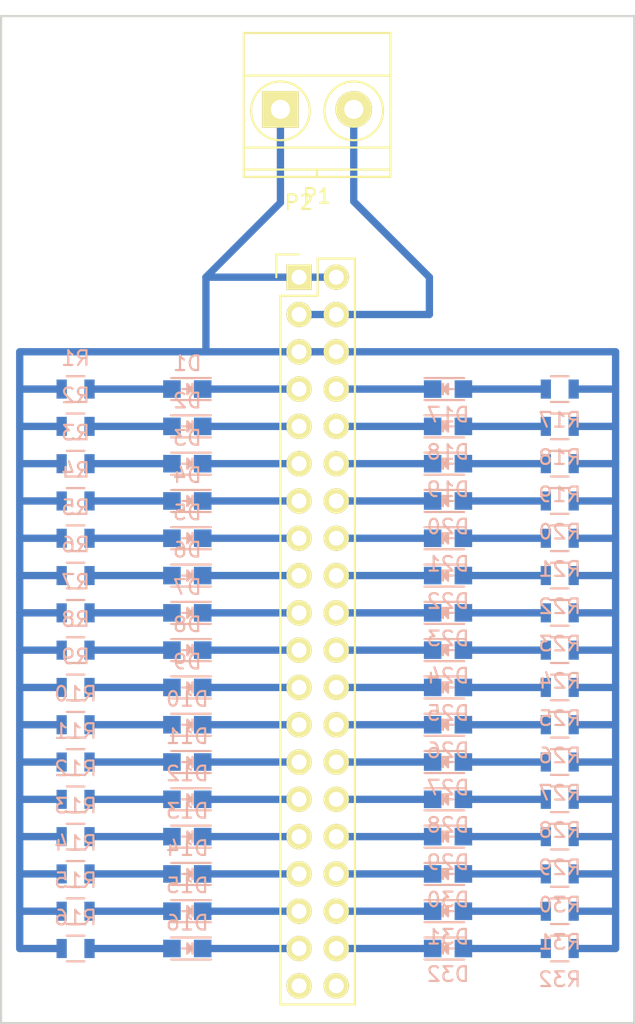
<source format=kicad_pcb>
(kicad_pcb (version 4) (host pcbnew 4.0.1-stable)

  (general
    (links 102)
    (no_connects 0)
    (area 133.274999 36.525 176.605001 106.755001)
    (thickness 1.6)
    (drawings 4)
    (tracks 142)
    (zones 0)
    (modules 66)
    (nets 69)
  )

  (page A4)
  (layers
    (0 F.Cu signal)
    (31 B.Cu signal)
    (32 B.Adhes user)
    (33 F.Adhes user)
    (34 B.Paste user)
    (35 F.Paste user)
    (36 B.SilkS user)
    (37 F.SilkS user)
    (38 B.Mask user)
    (39 F.Mask user)
    (40 Dwgs.User user)
    (41 Cmts.User user)
    (42 Eco1.User user)
    (43 Eco2.User user)
    (44 Edge.Cuts user)
    (45 Margin user)
    (46 B.CrtYd user)
    (47 F.CrtYd user)
    (48 B.Fab user)
    (49 F.Fab user)
  )

  (setup
    (last_trace_width 0.25)
    (trace_clearance 0.2)
    (zone_clearance 0.508)
    (zone_45_only no)
    (trace_min 0.2)
    (segment_width 0.2)
    (edge_width 0.15)
    (via_size 0.8)
    (via_drill 0.4)
    (via_min_size 0.4)
    (via_min_drill 0.3)
    (uvia_size 0.8)
    (uvia_drill 0.4)
    (uvias_allowed no)
    (uvia_min_size 0.2)
    (uvia_min_drill 0.1)
    (pcb_text_width 0.3)
    (pcb_text_size 1.5 1.5)
    (mod_edge_width 0.15)
    (mod_text_size 1 1)
    (mod_text_width 0.15)
    (pad_size 1.524 1.524)
    (pad_drill 0.762)
    (pad_to_mask_clearance 0.2)
    (aux_axis_origin 0 0)
    (visible_elements FFFFFF7F)
    (pcbplotparams
      (layerselection 0x00000_80000000)
      (usegerberextensions false)
      (excludeedgelayer false)
      (linewidth 0.100000)
      (plotframeref false)
      (viasonmask false)
      (mode 1)
      (useauxorigin false)
      (hpglpennumber 1)
      (hpglpenspeed 20)
      (hpglpendiameter 15)
      (hpglpenoverlay 2)
      (psnegative true)
      (psa4output false)
      (plotreference false)
      (plotvalue false)
      (plotinvisibletext false)
      (padsonsilk false)
      (subtractmaskfromsilk false)
      (outputformat 4)
      (mirror false)
      (drillshape 1)
      (scaleselection 1)
      (outputdirectory pdf/))
  )

  (net 0 "")
  (net 1 "Net-(D1-Pad2)")
  (net 2 "Net-(D1-Pad1)")
  (net 3 "Net-(D2-Pad2)")
  (net 4 "Net-(D2-Pad1)")
  (net 5 "Net-(D3-Pad2)")
  (net 6 "Net-(D3-Pad1)")
  (net 7 "Net-(D4-Pad2)")
  (net 8 "Net-(D4-Pad1)")
  (net 9 "Net-(D5-Pad2)")
  (net 10 "Net-(D5-Pad1)")
  (net 11 "Net-(D6-Pad2)")
  (net 12 "Net-(D6-Pad1)")
  (net 13 "Net-(D7-Pad2)")
  (net 14 "Net-(D7-Pad1)")
  (net 15 "Net-(D8-Pad2)")
  (net 16 "Net-(D8-Pad1)")
  (net 17 "Net-(D9-Pad2)")
  (net 18 "Net-(D9-Pad1)")
  (net 19 "Net-(D10-Pad2)")
  (net 20 "Net-(D10-Pad1)")
  (net 21 "Net-(D11-Pad2)")
  (net 22 "Net-(D11-Pad1)")
  (net 23 "Net-(D12-Pad2)")
  (net 24 "Net-(D12-Pad1)")
  (net 25 "Net-(D13-Pad2)")
  (net 26 "Net-(D13-Pad1)")
  (net 27 "Net-(D14-Pad2)")
  (net 28 "Net-(D14-Pad1)")
  (net 29 "Net-(D15-Pad2)")
  (net 30 "Net-(D15-Pad1)")
  (net 31 "Net-(D16-Pad2)")
  (net 32 "Net-(D16-Pad1)")
  (net 33 "Net-(D17-Pad2)")
  (net 34 "Net-(D17-Pad1)")
  (net 35 "Net-(D18-Pad2)")
  (net 36 "Net-(D18-Pad1)")
  (net 37 "Net-(D19-Pad2)")
  (net 38 "Net-(D19-Pad1)")
  (net 39 "Net-(D20-Pad2)")
  (net 40 "Net-(D20-Pad1)")
  (net 41 "Net-(D21-Pad2)")
  (net 42 "Net-(D21-Pad1)")
  (net 43 "Net-(D22-Pad2)")
  (net 44 "Net-(D22-Pad1)")
  (net 45 "Net-(D23-Pad2)")
  (net 46 "Net-(D23-Pad1)")
  (net 47 "Net-(D24-Pad2)")
  (net 48 "Net-(D24-Pad1)")
  (net 49 "Net-(D25-Pad2)")
  (net 50 "Net-(D25-Pad1)")
  (net 51 "Net-(D26-Pad2)")
  (net 52 "Net-(D26-Pad1)")
  (net 53 "Net-(D27-Pad2)")
  (net 54 "Net-(D27-Pad1)")
  (net 55 "Net-(D28-Pad2)")
  (net 56 "Net-(D28-Pad1)")
  (net 57 "Net-(D29-Pad2)")
  (net 58 "Net-(D29-Pad1)")
  (net 59 "Net-(D30-Pad2)")
  (net 60 "Net-(D30-Pad1)")
  (net 61 "Net-(D31-Pad2)")
  (net 62 "Net-(D31-Pad1)")
  (net 63 "Net-(D32-Pad2)")
  (net 64 "Net-(D32-Pad1)")
  (net 65 "Net-(P1-Pad1)")
  (net 66 "Net-(P1-Pad2)")
  (net 67 "Net-(P2-Pad39)")
  (net 68 "Net-(P2-Pad40)")

  (net_class Default "Это класс цепей по умолчанию."
    (clearance 0.2)
    (trace_width 0.25)
    (via_dia 0.8)
    (via_drill 0.4)
    (uvia_dia 0.8)
    (uvia_drill 0.4)
  )

  (net_class Wide ""
    (clearance 0.4)
    (trace_width 0.5)
    (via_dia 1)
    (via_drill 0.6)
    (uvia_dia 1)
    (uvia_drill 0.6)
    (add_net "Net-(D1-Pad1)")
    (add_net "Net-(D1-Pad2)")
    (add_net "Net-(D10-Pad1)")
    (add_net "Net-(D10-Pad2)")
    (add_net "Net-(D11-Pad1)")
    (add_net "Net-(D11-Pad2)")
    (add_net "Net-(D12-Pad1)")
    (add_net "Net-(D12-Pad2)")
    (add_net "Net-(D13-Pad1)")
    (add_net "Net-(D13-Pad2)")
    (add_net "Net-(D14-Pad1)")
    (add_net "Net-(D14-Pad2)")
    (add_net "Net-(D15-Pad1)")
    (add_net "Net-(D15-Pad2)")
    (add_net "Net-(D16-Pad1)")
    (add_net "Net-(D16-Pad2)")
    (add_net "Net-(D17-Pad1)")
    (add_net "Net-(D17-Pad2)")
    (add_net "Net-(D18-Pad1)")
    (add_net "Net-(D18-Pad2)")
    (add_net "Net-(D19-Pad1)")
    (add_net "Net-(D19-Pad2)")
    (add_net "Net-(D2-Pad1)")
    (add_net "Net-(D2-Pad2)")
    (add_net "Net-(D20-Pad1)")
    (add_net "Net-(D20-Pad2)")
    (add_net "Net-(D21-Pad1)")
    (add_net "Net-(D21-Pad2)")
    (add_net "Net-(D22-Pad1)")
    (add_net "Net-(D22-Pad2)")
    (add_net "Net-(D23-Pad1)")
    (add_net "Net-(D23-Pad2)")
    (add_net "Net-(D24-Pad1)")
    (add_net "Net-(D24-Pad2)")
    (add_net "Net-(D25-Pad1)")
    (add_net "Net-(D25-Pad2)")
    (add_net "Net-(D26-Pad1)")
    (add_net "Net-(D26-Pad2)")
    (add_net "Net-(D27-Pad1)")
    (add_net "Net-(D27-Pad2)")
    (add_net "Net-(D28-Pad1)")
    (add_net "Net-(D28-Pad2)")
    (add_net "Net-(D29-Pad1)")
    (add_net "Net-(D29-Pad2)")
    (add_net "Net-(D3-Pad1)")
    (add_net "Net-(D3-Pad2)")
    (add_net "Net-(D30-Pad1)")
    (add_net "Net-(D30-Pad2)")
    (add_net "Net-(D31-Pad1)")
    (add_net "Net-(D31-Pad2)")
    (add_net "Net-(D32-Pad1)")
    (add_net "Net-(D32-Pad2)")
    (add_net "Net-(D4-Pad1)")
    (add_net "Net-(D4-Pad2)")
    (add_net "Net-(D5-Pad1)")
    (add_net "Net-(D5-Pad2)")
    (add_net "Net-(D6-Pad1)")
    (add_net "Net-(D6-Pad2)")
    (add_net "Net-(D7-Pad1)")
    (add_net "Net-(D7-Pad2)")
    (add_net "Net-(D8-Pad1)")
    (add_net "Net-(D8-Pad2)")
    (add_net "Net-(D9-Pad1)")
    (add_net "Net-(D9-Pad2)")
    (add_net "Net-(P1-Pad1)")
    (add_net "Net-(P1-Pad2)")
    (add_net "Net-(P2-Pad39)")
    (add_net "Net-(P2-Pad40)")
  )

  (module LEDs:LED_0805 (layer B.Cu) (tedit 55BDE1C2) (tstamp 56A3BE76)
    (at 146.05 63.5 180)
    (descr "LED 0805 smd package")
    (tags "LED 0805 SMD")
    (path /56A3E1A6)
    (attr smd)
    (fp_text reference D1 (at 0 1.75 180) (layer B.SilkS)
      (effects (font (size 1 1) (thickness 0.15)) (justify mirror))
    )
    (fp_text value LED (at 0 -1.75 180) (layer B.Fab)
      (effects (font (size 1 1) (thickness 0.15)) (justify mirror))
    )
    (fp_line (start -1.6 -0.75) (end 1.1 -0.75) (layer B.SilkS) (width 0.15))
    (fp_line (start -1.6 0.75) (end 1.1 0.75) (layer B.SilkS) (width 0.15))
    (fp_line (start -0.1 -0.15) (end -0.1 0.1) (layer B.SilkS) (width 0.15))
    (fp_line (start -0.1 0.1) (end -0.25 -0.05) (layer B.SilkS) (width 0.15))
    (fp_line (start -0.35 0.35) (end -0.35 -0.35) (layer B.SilkS) (width 0.15))
    (fp_line (start 0 0) (end 0.35 0) (layer B.SilkS) (width 0.15))
    (fp_line (start -0.35 0) (end 0 0.35) (layer B.SilkS) (width 0.15))
    (fp_line (start 0 0.35) (end 0 -0.35) (layer B.SilkS) (width 0.15))
    (fp_line (start 0 -0.35) (end -0.35 0) (layer B.SilkS) (width 0.15))
    (fp_line (start 1.9 0.95) (end 1.9 -0.95) (layer B.CrtYd) (width 0.05))
    (fp_line (start 1.9 -0.95) (end -1.9 -0.95) (layer B.CrtYd) (width 0.05))
    (fp_line (start -1.9 -0.95) (end -1.9 0.95) (layer B.CrtYd) (width 0.05))
    (fp_line (start -1.9 0.95) (end 1.9 0.95) (layer B.CrtYd) (width 0.05))
    (pad 2 smd rect (at 1.04902 0) (size 1.19888 1.19888) (layers B.Cu B.Paste B.Mask)
      (net 1 "Net-(D1-Pad2)"))
    (pad 1 smd rect (at -1.04902 0) (size 1.19888 1.19888) (layers B.Cu B.Paste B.Mask)
      (net 2 "Net-(D1-Pad1)"))
    (model LEDs.3dshapes/LED_0805.wrl
      (at (xyz 0 0 0))
      (scale (xyz 1 1 1))
      (rotate (xyz 0 0 0))
    )
  )

  (module LEDs:LED_0805 (layer B.Cu) (tedit 55BDE1C2) (tstamp 56A3BE7C)
    (at 146.05 66.04 180)
    (descr "LED 0805 smd package")
    (tags "LED 0805 SMD")
    (path /56A3E1AC)
    (attr smd)
    (fp_text reference D2 (at 0 1.75 180) (layer B.SilkS)
      (effects (font (size 1 1) (thickness 0.15)) (justify mirror))
    )
    (fp_text value LED (at 0 -1.75 180) (layer B.Fab)
      (effects (font (size 1 1) (thickness 0.15)) (justify mirror))
    )
    (fp_line (start -1.6 -0.75) (end 1.1 -0.75) (layer B.SilkS) (width 0.15))
    (fp_line (start -1.6 0.75) (end 1.1 0.75) (layer B.SilkS) (width 0.15))
    (fp_line (start -0.1 -0.15) (end -0.1 0.1) (layer B.SilkS) (width 0.15))
    (fp_line (start -0.1 0.1) (end -0.25 -0.05) (layer B.SilkS) (width 0.15))
    (fp_line (start -0.35 0.35) (end -0.35 -0.35) (layer B.SilkS) (width 0.15))
    (fp_line (start 0 0) (end 0.35 0) (layer B.SilkS) (width 0.15))
    (fp_line (start -0.35 0) (end 0 0.35) (layer B.SilkS) (width 0.15))
    (fp_line (start 0 0.35) (end 0 -0.35) (layer B.SilkS) (width 0.15))
    (fp_line (start 0 -0.35) (end -0.35 0) (layer B.SilkS) (width 0.15))
    (fp_line (start 1.9 0.95) (end 1.9 -0.95) (layer B.CrtYd) (width 0.05))
    (fp_line (start 1.9 -0.95) (end -1.9 -0.95) (layer B.CrtYd) (width 0.05))
    (fp_line (start -1.9 -0.95) (end -1.9 0.95) (layer B.CrtYd) (width 0.05))
    (fp_line (start -1.9 0.95) (end 1.9 0.95) (layer B.CrtYd) (width 0.05))
    (pad 2 smd rect (at 1.04902 0) (size 1.19888 1.19888) (layers B.Cu B.Paste B.Mask)
      (net 3 "Net-(D2-Pad2)"))
    (pad 1 smd rect (at -1.04902 0) (size 1.19888 1.19888) (layers B.Cu B.Paste B.Mask)
      (net 4 "Net-(D2-Pad1)"))
    (model LEDs.3dshapes/LED_0805.wrl
      (at (xyz 0 0 0))
      (scale (xyz 1 1 1))
      (rotate (xyz 0 0 0))
    )
  )

  (module LEDs:LED_0805 (layer B.Cu) (tedit 55BDE1C2) (tstamp 56A3BE82)
    (at 146.05 68.58 180)
    (descr "LED 0805 smd package")
    (tags "LED 0805 SMD")
    (path /56A3E1B2)
    (attr smd)
    (fp_text reference D3 (at 0 1.75 180) (layer B.SilkS)
      (effects (font (size 1 1) (thickness 0.15)) (justify mirror))
    )
    (fp_text value LED (at 0 -1.75 180) (layer B.Fab)
      (effects (font (size 1 1) (thickness 0.15)) (justify mirror))
    )
    (fp_line (start -1.6 -0.75) (end 1.1 -0.75) (layer B.SilkS) (width 0.15))
    (fp_line (start -1.6 0.75) (end 1.1 0.75) (layer B.SilkS) (width 0.15))
    (fp_line (start -0.1 -0.15) (end -0.1 0.1) (layer B.SilkS) (width 0.15))
    (fp_line (start -0.1 0.1) (end -0.25 -0.05) (layer B.SilkS) (width 0.15))
    (fp_line (start -0.35 0.35) (end -0.35 -0.35) (layer B.SilkS) (width 0.15))
    (fp_line (start 0 0) (end 0.35 0) (layer B.SilkS) (width 0.15))
    (fp_line (start -0.35 0) (end 0 0.35) (layer B.SilkS) (width 0.15))
    (fp_line (start 0 0.35) (end 0 -0.35) (layer B.SilkS) (width 0.15))
    (fp_line (start 0 -0.35) (end -0.35 0) (layer B.SilkS) (width 0.15))
    (fp_line (start 1.9 0.95) (end 1.9 -0.95) (layer B.CrtYd) (width 0.05))
    (fp_line (start 1.9 -0.95) (end -1.9 -0.95) (layer B.CrtYd) (width 0.05))
    (fp_line (start -1.9 -0.95) (end -1.9 0.95) (layer B.CrtYd) (width 0.05))
    (fp_line (start -1.9 0.95) (end 1.9 0.95) (layer B.CrtYd) (width 0.05))
    (pad 2 smd rect (at 1.04902 0) (size 1.19888 1.19888) (layers B.Cu B.Paste B.Mask)
      (net 5 "Net-(D3-Pad2)"))
    (pad 1 smd rect (at -1.04902 0) (size 1.19888 1.19888) (layers B.Cu B.Paste B.Mask)
      (net 6 "Net-(D3-Pad1)"))
    (model LEDs.3dshapes/LED_0805.wrl
      (at (xyz 0 0 0))
      (scale (xyz 1 1 1))
      (rotate (xyz 0 0 0))
    )
  )

  (module LEDs:LED_0805 (layer B.Cu) (tedit 55BDE1C2) (tstamp 56A3BE88)
    (at 146.05 71.12 180)
    (descr "LED 0805 smd package")
    (tags "LED 0805 SMD")
    (path /56A3E1B8)
    (attr smd)
    (fp_text reference D4 (at 0 1.75 180) (layer B.SilkS)
      (effects (font (size 1 1) (thickness 0.15)) (justify mirror))
    )
    (fp_text value LED (at 0 -1.75 180) (layer B.Fab)
      (effects (font (size 1 1) (thickness 0.15)) (justify mirror))
    )
    (fp_line (start -1.6 -0.75) (end 1.1 -0.75) (layer B.SilkS) (width 0.15))
    (fp_line (start -1.6 0.75) (end 1.1 0.75) (layer B.SilkS) (width 0.15))
    (fp_line (start -0.1 -0.15) (end -0.1 0.1) (layer B.SilkS) (width 0.15))
    (fp_line (start -0.1 0.1) (end -0.25 -0.05) (layer B.SilkS) (width 0.15))
    (fp_line (start -0.35 0.35) (end -0.35 -0.35) (layer B.SilkS) (width 0.15))
    (fp_line (start 0 0) (end 0.35 0) (layer B.SilkS) (width 0.15))
    (fp_line (start -0.35 0) (end 0 0.35) (layer B.SilkS) (width 0.15))
    (fp_line (start 0 0.35) (end 0 -0.35) (layer B.SilkS) (width 0.15))
    (fp_line (start 0 -0.35) (end -0.35 0) (layer B.SilkS) (width 0.15))
    (fp_line (start 1.9 0.95) (end 1.9 -0.95) (layer B.CrtYd) (width 0.05))
    (fp_line (start 1.9 -0.95) (end -1.9 -0.95) (layer B.CrtYd) (width 0.05))
    (fp_line (start -1.9 -0.95) (end -1.9 0.95) (layer B.CrtYd) (width 0.05))
    (fp_line (start -1.9 0.95) (end 1.9 0.95) (layer B.CrtYd) (width 0.05))
    (pad 2 smd rect (at 1.04902 0) (size 1.19888 1.19888) (layers B.Cu B.Paste B.Mask)
      (net 7 "Net-(D4-Pad2)"))
    (pad 1 smd rect (at -1.04902 0) (size 1.19888 1.19888) (layers B.Cu B.Paste B.Mask)
      (net 8 "Net-(D4-Pad1)"))
    (model LEDs.3dshapes/LED_0805.wrl
      (at (xyz 0 0 0))
      (scale (xyz 1 1 1))
      (rotate (xyz 0 0 0))
    )
  )

  (module LEDs:LED_0805 (layer B.Cu) (tedit 55BDE1C2) (tstamp 56A3BE8E)
    (at 146.05 73.66 180)
    (descr "LED 0805 smd package")
    (tags "LED 0805 SMD")
    (path /56A3E1BE)
    (attr smd)
    (fp_text reference D5 (at 0 1.75 180) (layer B.SilkS)
      (effects (font (size 1 1) (thickness 0.15)) (justify mirror))
    )
    (fp_text value LED (at 0 -1.75 180) (layer B.Fab)
      (effects (font (size 1 1) (thickness 0.15)) (justify mirror))
    )
    (fp_line (start -1.6 -0.75) (end 1.1 -0.75) (layer B.SilkS) (width 0.15))
    (fp_line (start -1.6 0.75) (end 1.1 0.75) (layer B.SilkS) (width 0.15))
    (fp_line (start -0.1 -0.15) (end -0.1 0.1) (layer B.SilkS) (width 0.15))
    (fp_line (start -0.1 0.1) (end -0.25 -0.05) (layer B.SilkS) (width 0.15))
    (fp_line (start -0.35 0.35) (end -0.35 -0.35) (layer B.SilkS) (width 0.15))
    (fp_line (start 0 0) (end 0.35 0) (layer B.SilkS) (width 0.15))
    (fp_line (start -0.35 0) (end 0 0.35) (layer B.SilkS) (width 0.15))
    (fp_line (start 0 0.35) (end 0 -0.35) (layer B.SilkS) (width 0.15))
    (fp_line (start 0 -0.35) (end -0.35 0) (layer B.SilkS) (width 0.15))
    (fp_line (start 1.9 0.95) (end 1.9 -0.95) (layer B.CrtYd) (width 0.05))
    (fp_line (start 1.9 -0.95) (end -1.9 -0.95) (layer B.CrtYd) (width 0.05))
    (fp_line (start -1.9 -0.95) (end -1.9 0.95) (layer B.CrtYd) (width 0.05))
    (fp_line (start -1.9 0.95) (end 1.9 0.95) (layer B.CrtYd) (width 0.05))
    (pad 2 smd rect (at 1.04902 0) (size 1.19888 1.19888) (layers B.Cu B.Paste B.Mask)
      (net 9 "Net-(D5-Pad2)"))
    (pad 1 smd rect (at -1.04902 0) (size 1.19888 1.19888) (layers B.Cu B.Paste B.Mask)
      (net 10 "Net-(D5-Pad1)"))
    (model LEDs.3dshapes/LED_0805.wrl
      (at (xyz 0 0 0))
      (scale (xyz 1 1 1))
      (rotate (xyz 0 0 0))
    )
  )

  (module LEDs:LED_0805 (layer B.Cu) (tedit 55BDE1C2) (tstamp 56A3BE94)
    (at 146.05 76.2 180)
    (descr "LED 0805 smd package")
    (tags "LED 0805 SMD")
    (path /56A3E1C4)
    (attr smd)
    (fp_text reference D6 (at 0 1.75 180) (layer B.SilkS)
      (effects (font (size 1 1) (thickness 0.15)) (justify mirror))
    )
    (fp_text value LED (at 0 -1.75 180) (layer B.Fab)
      (effects (font (size 1 1) (thickness 0.15)) (justify mirror))
    )
    (fp_line (start -1.6 -0.75) (end 1.1 -0.75) (layer B.SilkS) (width 0.15))
    (fp_line (start -1.6 0.75) (end 1.1 0.75) (layer B.SilkS) (width 0.15))
    (fp_line (start -0.1 -0.15) (end -0.1 0.1) (layer B.SilkS) (width 0.15))
    (fp_line (start -0.1 0.1) (end -0.25 -0.05) (layer B.SilkS) (width 0.15))
    (fp_line (start -0.35 0.35) (end -0.35 -0.35) (layer B.SilkS) (width 0.15))
    (fp_line (start 0 0) (end 0.35 0) (layer B.SilkS) (width 0.15))
    (fp_line (start -0.35 0) (end 0 0.35) (layer B.SilkS) (width 0.15))
    (fp_line (start 0 0.35) (end 0 -0.35) (layer B.SilkS) (width 0.15))
    (fp_line (start 0 -0.35) (end -0.35 0) (layer B.SilkS) (width 0.15))
    (fp_line (start 1.9 0.95) (end 1.9 -0.95) (layer B.CrtYd) (width 0.05))
    (fp_line (start 1.9 -0.95) (end -1.9 -0.95) (layer B.CrtYd) (width 0.05))
    (fp_line (start -1.9 -0.95) (end -1.9 0.95) (layer B.CrtYd) (width 0.05))
    (fp_line (start -1.9 0.95) (end 1.9 0.95) (layer B.CrtYd) (width 0.05))
    (pad 2 smd rect (at 1.04902 0) (size 1.19888 1.19888) (layers B.Cu B.Paste B.Mask)
      (net 11 "Net-(D6-Pad2)"))
    (pad 1 smd rect (at -1.04902 0) (size 1.19888 1.19888) (layers B.Cu B.Paste B.Mask)
      (net 12 "Net-(D6-Pad1)"))
    (model LEDs.3dshapes/LED_0805.wrl
      (at (xyz 0 0 0))
      (scale (xyz 1 1 1))
      (rotate (xyz 0 0 0))
    )
  )

  (module LEDs:LED_0805 (layer B.Cu) (tedit 55BDE1C2) (tstamp 56A3BE9A)
    (at 146.05 78.74 180)
    (descr "LED 0805 smd package")
    (tags "LED 0805 SMD")
    (path /56A3E1CA)
    (attr smd)
    (fp_text reference D7 (at 0 1.75 180) (layer B.SilkS)
      (effects (font (size 1 1) (thickness 0.15)) (justify mirror))
    )
    (fp_text value LED (at 0 -1.75 180) (layer B.Fab)
      (effects (font (size 1 1) (thickness 0.15)) (justify mirror))
    )
    (fp_line (start -1.6 -0.75) (end 1.1 -0.75) (layer B.SilkS) (width 0.15))
    (fp_line (start -1.6 0.75) (end 1.1 0.75) (layer B.SilkS) (width 0.15))
    (fp_line (start -0.1 -0.15) (end -0.1 0.1) (layer B.SilkS) (width 0.15))
    (fp_line (start -0.1 0.1) (end -0.25 -0.05) (layer B.SilkS) (width 0.15))
    (fp_line (start -0.35 0.35) (end -0.35 -0.35) (layer B.SilkS) (width 0.15))
    (fp_line (start 0 0) (end 0.35 0) (layer B.SilkS) (width 0.15))
    (fp_line (start -0.35 0) (end 0 0.35) (layer B.SilkS) (width 0.15))
    (fp_line (start 0 0.35) (end 0 -0.35) (layer B.SilkS) (width 0.15))
    (fp_line (start 0 -0.35) (end -0.35 0) (layer B.SilkS) (width 0.15))
    (fp_line (start 1.9 0.95) (end 1.9 -0.95) (layer B.CrtYd) (width 0.05))
    (fp_line (start 1.9 -0.95) (end -1.9 -0.95) (layer B.CrtYd) (width 0.05))
    (fp_line (start -1.9 -0.95) (end -1.9 0.95) (layer B.CrtYd) (width 0.05))
    (fp_line (start -1.9 0.95) (end 1.9 0.95) (layer B.CrtYd) (width 0.05))
    (pad 2 smd rect (at 1.04902 0) (size 1.19888 1.19888) (layers B.Cu B.Paste B.Mask)
      (net 13 "Net-(D7-Pad2)"))
    (pad 1 smd rect (at -1.04902 0) (size 1.19888 1.19888) (layers B.Cu B.Paste B.Mask)
      (net 14 "Net-(D7-Pad1)"))
    (model LEDs.3dshapes/LED_0805.wrl
      (at (xyz 0 0 0))
      (scale (xyz 1 1 1))
      (rotate (xyz 0 0 0))
    )
  )

  (module LEDs:LED_0805 (layer B.Cu) (tedit 55BDE1C2) (tstamp 56A3BEA0)
    (at 146.05 81.28 180)
    (descr "LED 0805 smd package")
    (tags "LED 0805 SMD")
    (path /56A3E1D0)
    (attr smd)
    (fp_text reference D8 (at 0 1.75 180) (layer B.SilkS)
      (effects (font (size 1 1) (thickness 0.15)) (justify mirror))
    )
    (fp_text value LED (at 0 -1.75 180) (layer B.Fab)
      (effects (font (size 1 1) (thickness 0.15)) (justify mirror))
    )
    (fp_line (start -1.6 -0.75) (end 1.1 -0.75) (layer B.SilkS) (width 0.15))
    (fp_line (start -1.6 0.75) (end 1.1 0.75) (layer B.SilkS) (width 0.15))
    (fp_line (start -0.1 -0.15) (end -0.1 0.1) (layer B.SilkS) (width 0.15))
    (fp_line (start -0.1 0.1) (end -0.25 -0.05) (layer B.SilkS) (width 0.15))
    (fp_line (start -0.35 0.35) (end -0.35 -0.35) (layer B.SilkS) (width 0.15))
    (fp_line (start 0 0) (end 0.35 0) (layer B.SilkS) (width 0.15))
    (fp_line (start -0.35 0) (end 0 0.35) (layer B.SilkS) (width 0.15))
    (fp_line (start 0 0.35) (end 0 -0.35) (layer B.SilkS) (width 0.15))
    (fp_line (start 0 -0.35) (end -0.35 0) (layer B.SilkS) (width 0.15))
    (fp_line (start 1.9 0.95) (end 1.9 -0.95) (layer B.CrtYd) (width 0.05))
    (fp_line (start 1.9 -0.95) (end -1.9 -0.95) (layer B.CrtYd) (width 0.05))
    (fp_line (start -1.9 -0.95) (end -1.9 0.95) (layer B.CrtYd) (width 0.05))
    (fp_line (start -1.9 0.95) (end 1.9 0.95) (layer B.CrtYd) (width 0.05))
    (pad 2 smd rect (at 1.04902 0) (size 1.19888 1.19888) (layers B.Cu B.Paste B.Mask)
      (net 15 "Net-(D8-Pad2)"))
    (pad 1 smd rect (at -1.04902 0) (size 1.19888 1.19888) (layers B.Cu B.Paste B.Mask)
      (net 16 "Net-(D8-Pad1)"))
    (model LEDs.3dshapes/LED_0805.wrl
      (at (xyz 0 0 0))
      (scale (xyz 1 1 1))
      (rotate (xyz 0 0 0))
    )
  )

  (module LEDs:LED_0805 (layer B.Cu) (tedit 55BDE1C2) (tstamp 56A3BEA6)
    (at 146.05 83.82 180)
    (descr "LED 0805 smd package")
    (tags "LED 0805 SMD")
    (path /56A3D0C0)
    (attr smd)
    (fp_text reference D9 (at 0 1.75 180) (layer B.SilkS)
      (effects (font (size 1 1) (thickness 0.15)) (justify mirror))
    )
    (fp_text value LED (at 0 -1.75 180) (layer B.Fab)
      (effects (font (size 1 1) (thickness 0.15)) (justify mirror))
    )
    (fp_line (start -1.6 -0.75) (end 1.1 -0.75) (layer B.SilkS) (width 0.15))
    (fp_line (start -1.6 0.75) (end 1.1 0.75) (layer B.SilkS) (width 0.15))
    (fp_line (start -0.1 -0.15) (end -0.1 0.1) (layer B.SilkS) (width 0.15))
    (fp_line (start -0.1 0.1) (end -0.25 -0.05) (layer B.SilkS) (width 0.15))
    (fp_line (start -0.35 0.35) (end -0.35 -0.35) (layer B.SilkS) (width 0.15))
    (fp_line (start 0 0) (end 0.35 0) (layer B.SilkS) (width 0.15))
    (fp_line (start -0.35 0) (end 0 0.35) (layer B.SilkS) (width 0.15))
    (fp_line (start 0 0.35) (end 0 -0.35) (layer B.SilkS) (width 0.15))
    (fp_line (start 0 -0.35) (end -0.35 0) (layer B.SilkS) (width 0.15))
    (fp_line (start 1.9 0.95) (end 1.9 -0.95) (layer B.CrtYd) (width 0.05))
    (fp_line (start 1.9 -0.95) (end -1.9 -0.95) (layer B.CrtYd) (width 0.05))
    (fp_line (start -1.9 -0.95) (end -1.9 0.95) (layer B.CrtYd) (width 0.05))
    (fp_line (start -1.9 0.95) (end 1.9 0.95) (layer B.CrtYd) (width 0.05))
    (pad 2 smd rect (at 1.04902 0) (size 1.19888 1.19888) (layers B.Cu B.Paste B.Mask)
      (net 17 "Net-(D9-Pad2)"))
    (pad 1 smd rect (at -1.04902 0) (size 1.19888 1.19888) (layers B.Cu B.Paste B.Mask)
      (net 18 "Net-(D9-Pad1)"))
    (model LEDs.3dshapes/LED_0805.wrl
      (at (xyz 0 0 0))
      (scale (xyz 1 1 1))
      (rotate (xyz 0 0 0))
    )
  )

  (module LEDs:LED_0805 (layer B.Cu) (tedit 55BDE1C2) (tstamp 56A3BEAC)
    (at 146.05 86.36 180)
    (descr "LED 0805 smd package")
    (tags "LED 0805 SMD")
    (path /56A3D249)
    (attr smd)
    (fp_text reference D10 (at 0 1.75 180) (layer B.SilkS)
      (effects (font (size 1 1) (thickness 0.15)) (justify mirror))
    )
    (fp_text value LED (at 0 -1.75 180) (layer B.Fab)
      (effects (font (size 1 1) (thickness 0.15)) (justify mirror))
    )
    (fp_line (start -1.6 -0.75) (end 1.1 -0.75) (layer B.SilkS) (width 0.15))
    (fp_line (start -1.6 0.75) (end 1.1 0.75) (layer B.SilkS) (width 0.15))
    (fp_line (start -0.1 -0.15) (end -0.1 0.1) (layer B.SilkS) (width 0.15))
    (fp_line (start -0.1 0.1) (end -0.25 -0.05) (layer B.SilkS) (width 0.15))
    (fp_line (start -0.35 0.35) (end -0.35 -0.35) (layer B.SilkS) (width 0.15))
    (fp_line (start 0 0) (end 0.35 0) (layer B.SilkS) (width 0.15))
    (fp_line (start -0.35 0) (end 0 0.35) (layer B.SilkS) (width 0.15))
    (fp_line (start 0 0.35) (end 0 -0.35) (layer B.SilkS) (width 0.15))
    (fp_line (start 0 -0.35) (end -0.35 0) (layer B.SilkS) (width 0.15))
    (fp_line (start 1.9 0.95) (end 1.9 -0.95) (layer B.CrtYd) (width 0.05))
    (fp_line (start 1.9 -0.95) (end -1.9 -0.95) (layer B.CrtYd) (width 0.05))
    (fp_line (start -1.9 -0.95) (end -1.9 0.95) (layer B.CrtYd) (width 0.05))
    (fp_line (start -1.9 0.95) (end 1.9 0.95) (layer B.CrtYd) (width 0.05))
    (pad 2 smd rect (at 1.04902 0) (size 1.19888 1.19888) (layers B.Cu B.Paste B.Mask)
      (net 19 "Net-(D10-Pad2)"))
    (pad 1 smd rect (at -1.04902 0) (size 1.19888 1.19888) (layers B.Cu B.Paste B.Mask)
      (net 20 "Net-(D10-Pad1)"))
    (model LEDs.3dshapes/LED_0805.wrl
      (at (xyz 0 0 0))
      (scale (xyz 1 1 1))
      (rotate (xyz 0 0 0))
    )
  )

  (module LEDs:LED_0805 (layer B.Cu) (tedit 55BDE1C2) (tstamp 56A3BEB2)
    (at 146.05 88.9 180)
    (descr "LED 0805 smd package")
    (tags "LED 0805 SMD")
    (path /56A3D295)
    (attr smd)
    (fp_text reference D11 (at 0 1.75 180) (layer B.SilkS)
      (effects (font (size 1 1) (thickness 0.15)) (justify mirror))
    )
    (fp_text value LED (at 0 -1.75 180) (layer B.Fab)
      (effects (font (size 1 1) (thickness 0.15)) (justify mirror))
    )
    (fp_line (start -1.6 -0.75) (end 1.1 -0.75) (layer B.SilkS) (width 0.15))
    (fp_line (start -1.6 0.75) (end 1.1 0.75) (layer B.SilkS) (width 0.15))
    (fp_line (start -0.1 -0.15) (end -0.1 0.1) (layer B.SilkS) (width 0.15))
    (fp_line (start -0.1 0.1) (end -0.25 -0.05) (layer B.SilkS) (width 0.15))
    (fp_line (start -0.35 0.35) (end -0.35 -0.35) (layer B.SilkS) (width 0.15))
    (fp_line (start 0 0) (end 0.35 0) (layer B.SilkS) (width 0.15))
    (fp_line (start -0.35 0) (end 0 0.35) (layer B.SilkS) (width 0.15))
    (fp_line (start 0 0.35) (end 0 -0.35) (layer B.SilkS) (width 0.15))
    (fp_line (start 0 -0.35) (end -0.35 0) (layer B.SilkS) (width 0.15))
    (fp_line (start 1.9 0.95) (end 1.9 -0.95) (layer B.CrtYd) (width 0.05))
    (fp_line (start 1.9 -0.95) (end -1.9 -0.95) (layer B.CrtYd) (width 0.05))
    (fp_line (start -1.9 -0.95) (end -1.9 0.95) (layer B.CrtYd) (width 0.05))
    (fp_line (start -1.9 0.95) (end 1.9 0.95) (layer B.CrtYd) (width 0.05))
    (pad 2 smd rect (at 1.04902 0) (size 1.19888 1.19888) (layers B.Cu B.Paste B.Mask)
      (net 21 "Net-(D11-Pad2)"))
    (pad 1 smd rect (at -1.04902 0) (size 1.19888 1.19888) (layers B.Cu B.Paste B.Mask)
      (net 22 "Net-(D11-Pad1)"))
    (model LEDs.3dshapes/LED_0805.wrl
      (at (xyz 0 0 0))
      (scale (xyz 1 1 1))
      (rotate (xyz 0 0 0))
    )
  )

  (module LEDs:LED_0805 (layer B.Cu) (tedit 55BDE1C2) (tstamp 56A3BEB8)
    (at 146.05 91.44 180)
    (descr "LED 0805 smd package")
    (tags "LED 0805 SMD")
    (path /56A3D2D0)
    (attr smd)
    (fp_text reference D12 (at 0 1.75 180) (layer B.SilkS)
      (effects (font (size 1 1) (thickness 0.15)) (justify mirror))
    )
    (fp_text value LED (at 0 -1.75 180) (layer B.Fab)
      (effects (font (size 1 1) (thickness 0.15)) (justify mirror))
    )
    (fp_line (start -1.6 -0.75) (end 1.1 -0.75) (layer B.SilkS) (width 0.15))
    (fp_line (start -1.6 0.75) (end 1.1 0.75) (layer B.SilkS) (width 0.15))
    (fp_line (start -0.1 -0.15) (end -0.1 0.1) (layer B.SilkS) (width 0.15))
    (fp_line (start -0.1 0.1) (end -0.25 -0.05) (layer B.SilkS) (width 0.15))
    (fp_line (start -0.35 0.35) (end -0.35 -0.35) (layer B.SilkS) (width 0.15))
    (fp_line (start 0 0) (end 0.35 0) (layer B.SilkS) (width 0.15))
    (fp_line (start -0.35 0) (end 0 0.35) (layer B.SilkS) (width 0.15))
    (fp_line (start 0 0.35) (end 0 -0.35) (layer B.SilkS) (width 0.15))
    (fp_line (start 0 -0.35) (end -0.35 0) (layer B.SilkS) (width 0.15))
    (fp_line (start 1.9 0.95) (end 1.9 -0.95) (layer B.CrtYd) (width 0.05))
    (fp_line (start 1.9 -0.95) (end -1.9 -0.95) (layer B.CrtYd) (width 0.05))
    (fp_line (start -1.9 -0.95) (end -1.9 0.95) (layer B.CrtYd) (width 0.05))
    (fp_line (start -1.9 0.95) (end 1.9 0.95) (layer B.CrtYd) (width 0.05))
    (pad 2 smd rect (at 1.04902 0) (size 1.19888 1.19888) (layers B.Cu B.Paste B.Mask)
      (net 23 "Net-(D12-Pad2)"))
    (pad 1 smd rect (at -1.04902 0) (size 1.19888 1.19888) (layers B.Cu B.Paste B.Mask)
      (net 24 "Net-(D12-Pad1)"))
    (model LEDs.3dshapes/LED_0805.wrl
      (at (xyz 0 0 0))
      (scale (xyz 1 1 1))
      (rotate (xyz 0 0 0))
    )
  )

  (module LEDs:LED_0805 (layer B.Cu) (tedit 55BDE1C2) (tstamp 56A3BEBE)
    (at 146.05 93.98 180)
    (descr "LED 0805 smd package")
    (tags "LED 0805 SMD")
    (path /56A3D312)
    (attr smd)
    (fp_text reference D13 (at 0 1.75 180) (layer B.SilkS)
      (effects (font (size 1 1) (thickness 0.15)) (justify mirror))
    )
    (fp_text value LED (at 0 -1.75 180) (layer B.Fab)
      (effects (font (size 1 1) (thickness 0.15)) (justify mirror))
    )
    (fp_line (start -1.6 -0.75) (end 1.1 -0.75) (layer B.SilkS) (width 0.15))
    (fp_line (start -1.6 0.75) (end 1.1 0.75) (layer B.SilkS) (width 0.15))
    (fp_line (start -0.1 -0.15) (end -0.1 0.1) (layer B.SilkS) (width 0.15))
    (fp_line (start -0.1 0.1) (end -0.25 -0.05) (layer B.SilkS) (width 0.15))
    (fp_line (start -0.35 0.35) (end -0.35 -0.35) (layer B.SilkS) (width 0.15))
    (fp_line (start 0 0) (end 0.35 0) (layer B.SilkS) (width 0.15))
    (fp_line (start -0.35 0) (end 0 0.35) (layer B.SilkS) (width 0.15))
    (fp_line (start 0 0.35) (end 0 -0.35) (layer B.SilkS) (width 0.15))
    (fp_line (start 0 -0.35) (end -0.35 0) (layer B.SilkS) (width 0.15))
    (fp_line (start 1.9 0.95) (end 1.9 -0.95) (layer B.CrtYd) (width 0.05))
    (fp_line (start 1.9 -0.95) (end -1.9 -0.95) (layer B.CrtYd) (width 0.05))
    (fp_line (start -1.9 -0.95) (end -1.9 0.95) (layer B.CrtYd) (width 0.05))
    (fp_line (start -1.9 0.95) (end 1.9 0.95) (layer B.CrtYd) (width 0.05))
    (pad 2 smd rect (at 1.04902 0) (size 1.19888 1.19888) (layers B.Cu B.Paste B.Mask)
      (net 25 "Net-(D13-Pad2)"))
    (pad 1 smd rect (at -1.04902 0) (size 1.19888 1.19888) (layers B.Cu B.Paste B.Mask)
      (net 26 "Net-(D13-Pad1)"))
    (model LEDs.3dshapes/LED_0805.wrl
      (at (xyz 0 0 0))
      (scale (xyz 1 1 1))
      (rotate (xyz 0 0 0))
    )
  )

  (module LEDs:LED_0805 (layer B.Cu) (tedit 55BDE1C2) (tstamp 56A3BEC4)
    (at 146.05 96.52 180)
    (descr "LED 0805 smd package")
    (tags "LED 0805 SMD")
    (path /56A3D35B)
    (attr smd)
    (fp_text reference D14 (at 0 1.75 180) (layer B.SilkS)
      (effects (font (size 1 1) (thickness 0.15)) (justify mirror))
    )
    (fp_text value LED (at 0 -1.75 180) (layer B.Fab)
      (effects (font (size 1 1) (thickness 0.15)) (justify mirror))
    )
    (fp_line (start -1.6 -0.75) (end 1.1 -0.75) (layer B.SilkS) (width 0.15))
    (fp_line (start -1.6 0.75) (end 1.1 0.75) (layer B.SilkS) (width 0.15))
    (fp_line (start -0.1 -0.15) (end -0.1 0.1) (layer B.SilkS) (width 0.15))
    (fp_line (start -0.1 0.1) (end -0.25 -0.05) (layer B.SilkS) (width 0.15))
    (fp_line (start -0.35 0.35) (end -0.35 -0.35) (layer B.SilkS) (width 0.15))
    (fp_line (start 0 0) (end 0.35 0) (layer B.SilkS) (width 0.15))
    (fp_line (start -0.35 0) (end 0 0.35) (layer B.SilkS) (width 0.15))
    (fp_line (start 0 0.35) (end 0 -0.35) (layer B.SilkS) (width 0.15))
    (fp_line (start 0 -0.35) (end -0.35 0) (layer B.SilkS) (width 0.15))
    (fp_line (start 1.9 0.95) (end 1.9 -0.95) (layer B.CrtYd) (width 0.05))
    (fp_line (start 1.9 -0.95) (end -1.9 -0.95) (layer B.CrtYd) (width 0.05))
    (fp_line (start -1.9 -0.95) (end -1.9 0.95) (layer B.CrtYd) (width 0.05))
    (fp_line (start -1.9 0.95) (end 1.9 0.95) (layer B.CrtYd) (width 0.05))
    (pad 2 smd rect (at 1.04902 0) (size 1.19888 1.19888) (layers B.Cu B.Paste B.Mask)
      (net 27 "Net-(D14-Pad2)"))
    (pad 1 smd rect (at -1.04902 0) (size 1.19888 1.19888) (layers B.Cu B.Paste B.Mask)
      (net 28 "Net-(D14-Pad1)"))
    (model LEDs.3dshapes/LED_0805.wrl
      (at (xyz 0 0 0))
      (scale (xyz 1 1 1))
      (rotate (xyz 0 0 0))
    )
  )

  (module LEDs:LED_0805 (layer B.Cu) (tedit 55BDE1C2) (tstamp 56A3BECA)
    (at 146.05 99.06 180)
    (descr "LED 0805 smd package")
    (tags "LED 0805 SMD")
    (path /56A3D39F)
    (attr smd)
    (fp_text reference D15 (at 0 1.75 180) (layer B.SilkS)
      (effects (font (size 1 1) (thickness 0.15)) (justify mirror))
    )
    (fp_text value LED (at 0 -1.75 180) (layer B.Fab)
      (effects (font (size 1 1) (thickness 0.15)) (justify mirror))
    )
    (fp_line (start -1.6 -0.75) (end 1.1 -0.75) (layer B.SilkS) (width 0.15))
    (fp_line (start -1.6 0.75) (end 1.1 0.75) (layer B.SilkS) (width 0.15))
    (fp_line (start -0.1 -0.15) (end -0.1 0.1) (layer B.SilkS) (width 0.15))
    (fp_line (start -0.1 0.1) (end -0.25 -0.05) (layer B.SilkS) (width 0.15))
    (fp_line (start -0.35 0.35) (end -0.35 -0.35) (layer B.SilkS) (width 0.15))
    (fp_line (start 0 0) (end 0.35 0) (layer B.SilkS) (width 0.15))
    (fp_line (start -0.35 0) (end 0 0.35) (layer B.SilkS) (width 0.15))
    (fp_line (start 0 0.35) (end 0 -0.35) (layer B.SilkS) (width 0.15))
    (fp_line (start 0 -0.35) (end -0.35 0) (layer B.SilkS) (width 0.15))
    (fp_line (start 1.9 0.95) (end 1.9 -0.95) (layer B.CrtYd) (width 0.05))
    (fp_line (start 1.9 -0.95) (end -1.9 -0.95) (layer B.CrtYd) (width 0.05))
    (fp_line (start -1.9 -0.95) (end -1.9 0.95) (layer B.CrtYd) (width 0.05))
    (fp_line (start -1.9 0.95) (end 1.9 0.95) (layer B.CrtYd) (width 0.05))
    (pad 2 smd rect (at 1.04902 0) (size 1.19888 1.19888) (layers B.Cu B.Paste B.Mask)
      (net 29 "Net-(D15-Pad2)"))
    (pad 1 smd rect (at -1.04902 0) (size 1.19888 1.19888) (layers B.Cu B.Paste B.Mask)
      (net 30 "Net-(D15-Pad1)"))
    (model LEDs.3dshapes/LED_0805.wrl
      (at (xyz 0 0 0))
      (scale (xyz 1 1 1))
      (rotate (xyz 0 0 0))
    )
  )

  (module LEDs:LED_0805 (layer B.Cu) (tedit 55BDE1C2) (tstamp 56A3BED0)
    (at 146.05 101.6 180)
    (descr "LED 0805 smd package")
    (tags "LED 0805 SMD")
    (path /56A3D3EA)
    (attr smd)
    (fp_text reference D16 (at 0 1.75 180) (layer B.SilkS)
      (effects (font (size 1 1) (thickness 0.15)) (justify mirror))
    )
    (fp_text value LED (at 0 -1.75 180) (layer B.Fab)
      (effects (font (size 1 1) (thickness 0.15)) (justify mirror))
    )
    (fp_line (start -1.6 -0.75) (end 1.1 -0.75) (layer B.SilkS) (width 0.15))
    (fp_line (start -1.6 0.75) (end 1.1 0.75) (layer B.SilkS) (width 0.15))
    (fp_line (start -0.1 -0.15) (end -0.1 0.1) (layer B.SilkS) (width 0.15))
    (fp_line (start -0.1 0.1) (end -0.25 -0.05) (layer B.SilkS) (width 0.15))
    (fp_line (start -0.35 0.35) (end -0.35 -0.35) (layer B.SilkS) (width 0.15))
    (fp_line (start 0 0) (end 0.35 0) (layer B.SilkS) (width 0.15))
    (fp_line (start -0.35 0) (end 0 0.35) (layer B.SilkS) (width 0.15))
    (fp_line (start 0 0.35) (end 0 -0.35) (layer B.SilkS) (width 0.15))
    (fp_line (start 0 -0.35) (end -0.35 0) (layer B.SilkS) (width 0.15))
    (fp_line (start 1.9 0.95) (end 1.9 -0.95) (layer B.CrtYd) (width 0.05))
    (fp_line (start 1.9 -0.95) (end -1.9 -0.95) (layer B.CrtYd) (width 0.05))
    (fp_line (start -1.9 -0.95) (end -1.9 0.95) (layer B.CrtYd) (width 0.05))
    (fp_line (start -1.9 0.95) (end 1.9 0.95) (layer B.CrtYd) (width 0.05))
    (pad 2 smd rect (at 1.04902 0) (size 1.19888 1.19888) (layers B.Cu B.Paste B.Mask)
      (net 31 "Net-(D16-Pad2)"))
    (pad 1 smd rect (at -1.04902 0) (size 1.19888 1.19888) (layers B.Cu B.Paste B.Mask)
      (net 32 "Net-(D16-Pad1)"))
    (model LEDs.3dshapes/LED_0805.wrl
      (at (xyz 0 0 0))
      (scale (xyz 1 1 1))
      (rotate (xyz 0 0 0))
    )
  )

  (module LEDs:LED_0805 (layer B.Cu) (tedit 55BDE1C2) (tstamp 56A3BED6)
    (at 163.83 63.5)
    (descr "LED 0805 smd package")
    (tags "LED 0805 SMD")
    (path /56A3ED5C)
    (attr smd)
    (fp_text reference D17 (at 0 1.75) (layer B.SilkS)
      (effects (font (size 1 1) (thickness 0.15)) (justify mirror))
    )
    (fp_text value LED (at 0 -1.75) (layer B.Fab)
      (effects (font (size 1 1) (thickness 0.15)) (justify mirror))
    )
    (fp_line (start -1.6 -0.75) (end 1.1 -0.75) (layer B.SilkS) (width 0.15))
    (fp_line (start -1.6 0.75) (end 1.1 0.75) (layer B.SilkS) (width 0.15))
    (fp_line (start -0.1 -0.15) (end -0.1 0.1) (layer B.SilkS) (width 0.15))
    (fp_line (start -0.1 0.1) (end -0.25 -0.05) (layer B.SilkS) (width 0.15))
    (fp_line (start -0.35 0.35) (end -0.35 -0.35) (layer B.SilkS) (width 0.15))
    (fp_line (start 0 0) (end 0.35 0) (layer B.SilkS) (width 0.15))
    (fp_line (start -0.35 0) (end 0 0.35) (layer B.SilkS) (width 0.15))
    (fp_line (start 0 0.35) (end 0 -0.35) (layer B.SilkS) (width 0.15))
    (fp_line (start 0 -0.35) (end -0.35 0) (layer B.SilkS) (width 0.15))
    (fp_line (start 1.9 0.95) (end 1.9 -0.95) (layer B.CrtYd) (width 0.05))
    (fp_line (start 1.9 -0.95) (end -1.9 -0.95) (layer B.CrtYd) (width 0.05))
    (fp_line (start -1.9 -0.95) (end -1.9 0.95) (layer B.CrtYd) (width 0.05))
    (fp_line (start -1.9 0.95) (end 1.9 0.95) (layer B.CrtYd) (width 0.05))
    (pad 2 smd rect (at 1.04902 0 180) (size 1.19888 1.19888) (layers B.Cu B.Paste B.Mask)
      (net 33 "Net-(D17-Pad2)"))
    (pad 1 smd rect (at -1.04902 0 180) (size 1.19888 1.19888) (layers B.Cu B.Paste B.Mask)
      (net 34 "Net-(D17-Pad1)"))
    (model LEDs.3dshapes/LED_0805.wrl
      (at (xyz 0 0 0))
      (scale (xyz 1 1 1))
      (rotate (xyz 0 0 0))
    )
  )

  (module LEDs:LED_0805 (layer B.Cu) (tedit 55BDE1C2) (tstamp 56A3BEDC)
    (at 163.83 66.04)
    (descr "LED 0805 smd package")
    (tags "LED 0805 SMD")
    (path /56A3ED56)
    (attr smd)
    (fp_text reference D18 (at 0 1.75) (layer B.SilkS)
      (effects (font (size 1 1) (thickness 0.15)) (justify mirror))
    )
    (fp_text value LED (at 0 -1.75) (layer B.Fab)
      (effects (font (size 1 1) (thickness 0.15)) (justify mirror))
    )
    (fp_line (start -1.6 -0.75) (end 1.1 -0.75) (layer B.SilkS) (width 0.15))
    (fp_line (start -1.6 0.75) (end 1.1 0.75) (layer B.SilkS) (width 0.15))
    (fp_line (start -0.1 -0.15) (end -0.1 0.1) (layer B.SilkS) (width 0.15))
    (fp_line (start -0.1 0.1) (end -0.25 -0.05) (layer B.SilkS) (width 0.15))
    (fp_line (start -0.35 0.35) (end -0.35 -0.35) (layer B.SilkS) (width 0.15))
    (fp_line (start 0 0) (end 0.35 0) (layer B.SilkS) (width 0.15))
    (fp_line (start -0.35 0) (end 0 0.35) (layer B.SilkS) (width 0.15))
    (fp_line (start 0 0.35) (end 0 -0.35) (layer B.SilkS) (width 0.15))
    (fp_line (start 0 -0.35) (end -0.35 0) (layer B.SilkS) (width 0.15))
    (fp_line (start 1.9 0.95) (end 1.9 -0.95) (layer B.CrtYd) (width 0.05))
    (fp_line (start 1.9 -0.95) (end -1.9 -0.95) (layer B.CrtYd) (width 0.05))
    (fp_line (start -1.9 -0.95) (end -1.9 0.95) (layer B.CrtYd) (width 0.05))
    (fp_line (start -1.9 0.95) (end 1.9 0.95) (layer B.CrtYd) (width 0.05))
    (pad 2 smd rect (at 1.04902 0 180) (size 1.19888 1.19888) (layers B.Cu B.Paste B.Mask)
      (net 35 "Net-(D18-Pad2)"))
    (pad 1 smd rect (at -1.04902 0 180) (size 1.19888 1.19888) (layers B.Cu B.Paste B.Mask)
      (net 36 "Net-(D18-Pad1)"))
    (model LEDs.3dshapes/LED_0805.wrl
      (at (xyz 0 0 0))
      (scale (xyz 1 1 1))
      (rotate (xyz 0 0 0))
    )
  )

  (module LEDs:LED_0805 (layer B.Cu) (tedit 55BDE1C2) (tstamp 56A3BEE2)
    (at 163.83 68.58)
    (descr "LED 0805 smd package")
    (tags "LED 0805 SMD")
    (path /56A3ED50)
    (attr smd)
    (fp_text reference D19 (at 0 1.75) (layer B.SilkS)
      (effects (font (size 1 1) (thickness 0.15)) (justify mirror))
    )
    (fp_text value LED (at 0 -1.75) (layer B.Fab)
      (effects (font (size 1 1) (thickness 0.15)) (justify mirror))
    )
    (fp_line (start -1.6 -0.75) (end 1.1 -0.75) (layer B.SilkS) (width 0.15))
    (fp_line (start -1.6 0.75) (end 1.1 0.75) (layer B.SilkS) (width 0.15))
    (fp_line (start -0.1 -0.15) (end -0.1 0.1) (layer B.SilkS) (width 0.15))
    (fp_line (start -0.1 0.1) (end -0.25 -0.05) (layer B.SilkS) (width 0.15))
    (fp_line (start -0.35 0.35) (end -0.35 -0.35) (layer B.SilkS) (width 0.15))
    (fp_line (start 0 0) (end 0.35 0) (layer B.SilkS) (width 0.15))
    (fp_line (start -0.35 0) (end 0 0.35) (layer B.SilkS) (width 0.15))
    (fp_line (start 0 0.35) (end 0 -0.35) (layer B.SilkS) (width 0.15))
    (fp_line (start 0 -0.35) (end -0.35 0) (layer B.SilkS) (width 0.15))
    (fp_line (start 1.9 0.95) (end 1.9 -0.95) (layer B.CrtYd) (width 0.05))
    (fp_line (start 1.9 -0.95) (end -1.9 -0.95) (layer B.CrtYd) (width 0.05))
    (fp_line (start -1.9 -0.95) (end -1.9 0.95) (layer B.CrtYd) (width 0.05))
    (fp_line (start -1.9 0.95) (end 1.9 0.95) (layer B.CrtYd) (width 0.05))
    (pad 2 smd rect (at 1.04902 0 180) (size 1.19888 1.19888) (layers B.Cu B.Paste B.Mask)
      (net 37 "Net-(D19-Pad2)"))
    (pad 1 smd rect (at -1.04902 0 180) (size 1.19888 1.19888) (layers B.Cu B.Paste B.Mask)
      (net 38 "Net-(D19-Pad1)"))
    (model LEDs.3dshapes/LED_0805.wrl
      (at (xyz 0 0 0))
      (scale (xyz 1 1 1))
      (rotate (xyz 0 0 0))
    )
  )

  (module LEDs:LED_0805 (layer B.Cu) (tedit 55BDE1C2) (tstamp 56A3BEE8)
    (at 163.83 71.12)
    (descr "LED 0805 smd package")
    (tags "LED 0805 SMD")
    (path /56A3ED4A)
    (attr smd)
    (fp_text reference D20 (at 0 1.75) (layer B.SilkS)
      (effects (font (size 1 1) (thickness 0.15)) (justify mirror))
    )
    (fp_text value LED (at 0 -1.75) (layer B.Fab)
      (effects (font (size 1 1) (thickness 0.15)) (justify mirror))
    )
    (fp_line (start -1.6 -0.75) (end 1.1 -0.75) (layer B.SilkS) (width 0.15))
    (fp_line (start -1.6 0.75) (end 1.1 0.75) (layer B.SilkS) (width 0.15))
    (fp_line (start -0.1 -0.15) (end -0.1 0.1) (layer B.SilkS) (width 0.15))
    (fp_line (start -0.1 0.1) (end -0.25 -0.05) (layer B.SilkS) (width 0.15))
    (fp_line (start -0.35 0.35) (end -0.35 -0.35) (layer B.SilkS) (width 0.15))
    (fp_line (start 0 0) (end 0.35 0) (layer B.SilkS) (width 0.15))
    (fp_line (start -0.35 0) (end 0 0.35) (layer B.SilkS) (width 0.15))
    (fp_line (start 0 0.35) (end 0 -0.35) (layer B.SilkS) (width 0.15))
    (fp_line (start 0 -0.35) (end -0.35 0) (layer B.SilkS) (width 0.15))
    (fp_line (start 1.9 0.95) (end 1.9 -0.95) (layer B.CrtYd) (width 0.05))
    (fp_line (start 1.9 -0.95) (end -1.9 -0.95) (layer B.CrtYd) (width 0.05))
    (fp_line (start -1.9 -0.95) (end -1.9 0.95) (layer B.CrtYd) (width 0.05))
    (fp_line (start -1.9 0.95) (end 1.9 0.95) (layer B.CrtYd) (width 0.05))
    (pad 2 smd rect (at 1.04902 0 180) (size 1.19888 1.19888) (layers B.Cu B.Paste B.Mask)
      (net 39 "Net-(D20-Pad2)"))
    (pad 1 smd rect (at -1.04902 0 180) (size 1.19888 1.19888) (layers B.Cu B.Paste B.Mask)
      (net 40 "Net-(D20-Pad1)"))
    (model LEDs.3dshapes/LED_0805.wrl
      (at (xyz 0 0 0))
      (scale (xyz 1 1 1))
      (rotate (xyz 0 0 0))
    )
  )

  (module LEDs:LED_0805 (layer B.Cu) (tedit 55BDE1C2) (tstamp 56A3BEEE)
    (at 163.83 73.66)
    (descr "LED 0805 smd package")
    (tags "LED 0805 SMD")
    (path /56A3ED44)
    (attr smd)
    (fp_text reference D21 (at 0 1.75) (layer B.SilkS)
      (effects (font (size 1 1) (thickness 0.15)) (justify mirror))
    )
    (fp_text value LED (at 0 -1.75) (layer B.Fab)
      (effects (font (size 1 1) (thickness 0.15)) (justify mirror))
    )
    (fp_line (start -1.6 -0.75) (end 1.1 -0.75) (layer B.SilkS) (width 0.15))
    (fp_line (start -1.6 0.75) (end 1.1 0.75) (layer B.SilkS) (width 0.15))
    (fp_line (start -0.1 -0.15) (end -0.1 0.1) (layer B.SilkS) (width 0.15))
    (fp_line (start -0.1 0.1) (end -0.25 -0.05) (layer B.SilkS) (width 0.15))
    (fp_line (start -0.35 0.35) (end -0.35 -0.35) (layer B.SilkS) (width 0.15))
    (fp_line (start 0 0) (end 0.35 0) (layer B.SilkS) (width 0.15))
    (fp_line (start -0.35 0) (end 0 0.35) (layer B.SilkS) (width 0.15))
    (fp_line (start 0 0.35) (end 0 -0.35) (layer B.SilkS) (width 0.15))
    (fp_line (start 0 -0.35) (end -0.35 0) (layer B.SilkS) (width 0.15))
    (fp_line (start 1.9 0.95) (end 1.9 -0.95) (layer B.CrtYd) (width 0.05))
    (fp_line (start 1.9 -0.95) (end -1.9 -0.95) (layer B.CrtYd) (width 0.05))
    (fp_line (start -1.9 -0.95) (end -1.9 0.95) (layer B.CrtYd) (width 0.05))
    (fp_line (start -1.9 0.95) (end 1.9 0.95) (layer B.CrtYd) (width 0.05))
    (pad 2 smd rect (at 1.04902 0 180) (size 1.19888 1.19888) (layers B.Cu B.Paste B.Mask)
      (net 41 "Net-(D21-Pad2)"))
    (pad 1 smd rect (at -1.04902 0 180) (size 1.19888 1.19888) (layers B.Cu B.Paste B.Mask)
      (net 42 "Net-(D21-Pad1)"))
    (model LEDs.3dshapes/LED_0805.wrl
      (at (xyz 0 0 0))
      (scale (xyz 1 1 1))
      (rotate (xyz 0 0 0))
    )
  )

  (module LEDs:LED_0805 (layer B.Cu) (tedit 55BDE1C2) (tstamp 56A3BEF4)
    (at 163.83 76.2)
    (descr "LED 0805 smd package")
    (tags "LED 0805 SMD")
    (path /56A3ED3E)
    (attr smd)
    (fp_text reference D22 (at 0 1.75) (layer B.SilkS)
      (effects (font (size 1 1) (thickness 0.15)) (justify mirror))
    )
    (fp_text value LED (at 0 -1.75) (layer B.Fab)
      (effects (font (size 1 1) (thickness 0.15)) (justify mirror))
    )
    (fp_line (start -1.6 -0.75) (end 1.1 -0.75) (layer B.SilkS) (width 0.15))
    (fp_line (start -1.6 0.75) (end 1.1 0.75) (layer B.SilkS) (width 0.15))
    (fp_line (start -0.1 -0.15) (end -0.1 0.1) (layer B.SilkS) (width 0.15))
    (fp_line (start -0.1 0.1) (end -0.25 -0.05) (layer B.SilkS) (width 0.15))
    (fp_line (start -0.35 0.35) (end -0.35 -0.35) (layer B.SilkS) (width 0.15))
    (fp_line (start 0 0) (end 0.35 0) (layer B.SilkS) (width 0.15))
    (fp_line (start -0.35 0) (end 0 0.35) (layer B.SilkS) (width 0.15))
    (fp_line (start 0 0.35) (end 0 -0.35) (layer B.SilkS) (width 0.15))
    (fp_line (start 0 -0.35) (end -0.35 0) (layer B.SilkS) (width 0.15))
    (fp_line (start 1.9 0.95) (end 1.9 -0.95) (layer B.CrtYd) (width 0.05))
    (fp_line (start 1.9 -0.95) (end -1.9 -0.95) (layer B.CrtYd) (width 0.05))
    (fp_line (start -1.9 -0.95) (end -1.9 0.95) (layer B.CrtYd) (width 0.05))
    (fp_line (start -1.9 0.95) (end 1.9 0.95) (layer B.CrtYd) (width 0.05))
    (pad 2 smd rect (at 1.04902 0 180) (size 1.19888 1.19888) (layers B.Cu B.Paste B.Mask)
      (net 43 "Net-(D22-Pad2)"))
    (pad 1 smd rect (at -1.04902 0 180) (size 1.19888 1.19888) (layers B.Cu B.Paste B.Mask)
      (net 44 "Net-(D22-Pad1)"))
    (model LEDs.3dshapes/LED_0805.wrl
      (at (xyz 0 0 0))
      (scale (xyz 1 1 1))
      (rotate (xyz 0 0 0))
    )
  )

  (module LEDs:LED_0805 (layer B.Cu) (tedit 55BDE1C2) (tstamp 56A3BEFA)
    (at 163.83 78.74)
    (descr "LED 0805 smd package")
    (tags "LED 0805 SMD")
    (path /56A3ED38)
    (attr smd)
    (fp_text reference D23 (at 0 1.75) (layer B.SilkS)
      (effects (font (size 1 1) (thickness 0.15)) (justify mirror))
    )
    (fp_text value LED (at 0 -1.75) (layer B.Fab)
      (effects (font (size 1 1) (thickness 0.15)) (justify mirror))
    )
    (fp_line (start -1.6 -0.75) (end 1.1 -0.75) (layer B.SilkS) (width 0.15))
    (fp_line (start -1.6 0.75) (end 1.1 0.75) (layer B.SilkS) (width 0.15))
    (fp_line (start -0.1 -0.15) (end -0.1 0.1) (layer B.SilkS) (width 0.15))
    (fp_line (start -0.1 0.1) (end -0.25 -0.05) (layer B.SilkS) (width 0.15))
    (fp_line (start -0.35 0.35) (end -0.35 -0.35) (layer B.SilkS) (width 0.15))
    (fp_line (start 0 0) (end 0.35 0) (layer B.SilkS) (width 0.15))
    (fp_line (start -0.35 0) (end 0 0.35) (layer B.SilkS) (width 0.15))
    (fp_line (start 0 0.35) (end 0 -0.35) (layer B.SilkS) (width 0.15))
    (fp_line (start 0 -0.35) (end -0.35 0) (layer B.SilkS) (width 0.15))
    (fp_line (start 1.9 0.95) (end 1.9 -0.95) (layer B.CrtYd) (width 0.05))
    (fp_line (start 1.9 -0.95) (end -1.9 -0.95) (layer B.CrtYd) (width 0.05))
    (fp_line (start -1.9 -0.95) (end -1.9 0.95) (layer B.CrtYd) (width 0.05))
    (fp_line (start -1.9 0.95) (end 1.9 0.95) (layer B.CrtYd) (width 0.05))
    (pad 2 smd rect (at 1.04902 0 180) (size 1.19888 1.19888) (layers B.Cu B.Paste B.Mask)
      (net 45 "Net-(D23-Pad2)"))
    (pad 1 smd rect (at -1.04902 0 180) (size 1.19888 1.19888) (layers B.Cu B.Paste B.Mask)
      (net 46 "Net-(D23-Pad1)"))
    (model LEDs.3dshapes/LED_0805.wrl
      (at (xyz 0 0 0))
      (scale (xyz 1 1 1))
      (rotate (xyz 0 0 0))
    )
  )

  (module LEDs:LED_0805 (layer B.Cu) (tedit 55BDE1C2) (tstamp 56A3BF00)
    (at 163.83 81.28)
    (descr "LED 0805 smd package")
    (tags "LED 0805 SMD")
    (path /56A3ED32)
    (attr smd)
    (fp_text reference D24 (at 0 1.75) (layer B.SilkS)
      (effects (font (size 1 1) (thickness 0.15)) (justify mirror))
    )
    (fp_text value LED (at 0 -1.75) (layer B.Fab)
      (effects (font (size 1 1) (thickness 0.15)) (justify mirror))
    )
    (fp_line (start -1.6 -0.75) (end 1.1 -0.75) (layer B.SilkS) (width 0.15))
    (fp_line (start -1.6 0.75) (end 1.1 0.75) (layer B.SilkS) (width 0.15))
    (fp_line (start -0.1 -0.15) (end -0.1 0.1) (layer B.SilkS) (width 0.15))
    (fp_line (start -0.1 0.1) (end -0.25 -0.05) (layer B.SilkS) (width 0.15))
    (fp_line (start -0.35 0.35) (end -0.35 -0.35) (layer B.SilkS) (width 0.15))
    (fp_line (start 0 0) (end 0.35 0) (layer B.SilkS) (width 0.15))
    (fp_line (start -0.35 0) (end 0 0.35) (layer B.SilkS) (width 0.15))
    (fp_line (start 0 0.35) (end 0 -0.35) (layer B.SilkS) (width 0.15))
    (fp_line (start 0 -0.35) (end -0.35 0) (layer B.SilkS) (width 0.15))
    (fp_line (start 1.9 0.95) (end 1.9 -0.95) (layer B.CrtYd) (width 0.05))
    (fp_line (start 1.9 -0.95) (end -1.9 -0.95) (layer B.CrtYd) (width 0.05))
    (fp_line (start -1.9 -0.95) (end -1.9 0.95) (layer B.CrtYd) (width 0.05))
    (fp_line (start -1.9 0.95) (end 1.9 0.95) (layer B.CrtYd) (width 0.05))
    (pad 2 smd rect (at 1.04902 0 180) (size 1.19888 1.19888) (layers B.Cu B.Paste B.Mask)
      (net 47 "Net-(D24-Pad2)"))
    (pad 1 smd rect (at -1.04902 0 180) (size 1.19888 1.19888) (layers B.Cu B.Paste B.Mask)
      (net 48 "Net-(D24-Pad1)"))
    (model LEDs.3dshapes/LED_0805.wrl
      (at (xyz 0 0 0))
      (scale (xyz 1 1 1))
      (rotate (xyz 0 0 0))
    )
  )

  (module LEDs:LED_0805 (layer B.Cu) (tedit 55BDE1C2) (tstamp 56A3BF06)
    (at 163.83 83.82)
    (descr "LED 0805 smd package")
    (tags "LED 0805 SMD")
    (path /56A3EDBC)
    (attr smd)
    (fp_text reference D25 (at 0 1.75) (layer B.SilkS)
      (effects (font (size 1 1) (thickness 0.15)) (justify mirror))
    )
    (fp_text value LED (at 0 -1.75) (layer B.Fab)
      (effects (font (size 1 1) (thickness 0.15)) (justify mirror))
    )
    (fp_line (start -1.6 -0.75) (end 1.1 -0.75) (layer B.SilkS) (width 0.15))
    (fp_line (start -1.6 0.75) (end 1.1 0.75) (layer B.SilkS) (width 0.15))
    (fp_line (start -0.1 -0.15) (end -0.1 0.1) (layer B.SilkS) (width 0.15))
    (fp_line (start -0.1 0.1) (end -0.25 -0.05) (layer B.SilkS) (width 0.15))
    (fp_line (start -0.35 0.35) (end -0.35 -0.35) (layer B.SilkS) (width 0.15))
    (fp_line (start 0 0) (end 0.35 0) (layer B.SilkS) (width 0.15))
    (fp_line (start -0.35 0) (end 0 0.35) (layer B.SilkS) (width 0.15))
    (fp_line (start 0 0.35) (end 0 -0.35) (layer B.SilkS) (width 0.15))
    (fp_line (start 0 -0.35) (end -0.35 0) (layer B.SilkS) (width 0.15))
    (fp_line (start 1.9 0.95) (end 1.9 -0.95) (layer B.CrtYd) (width 0.05))
    (fp_line (start 1.9 -0.95) (end -1.9 -0.95) (layer B.CrtYd) (width 0.05))
    (fp_line (start -1.9 -0.95) (end -1.9 0.95) (layer B.CrtYd) (width 0.05))
    (fp_line (start -1.9 0.95) (end 1.9 0.95) (layer B.CrtYd) (width 0.05))
    (pad 2 smd rect (at 1.04902 0 180) (size 1.19888 1.19888) (layers B.Cu B.Paste B.Mask)
      (net 49 "Net-(D25-Pad2)"))
    (pad 1 smd rect (at -1.04902 0 180) (size 1.19888 1.19888) (layers B.Cu B.Paste B.Mask)
      (net 50 "Net-(D25-Pad1)"))
    (model LEDs.3dshapes/LED_0805.wrl
      (at (xyz 0 0 0))
      (scale (xyz 1 1 1))
      (rotate (xyz 0 0 0))
    )
  )

  (module LEDs:LED_0805 (layer B.Cu) (tedit 55BDE1C2) (tstamp 56A3BF0C)
    (at 163.83 86.36)
    (descr "LED 0805 smd package")
    (tags "LED 0805 SMD")
    (path /56A3EDB6)
    (attr smd)
    (fp_text reference D26 (at 0 1.75) (layer B.SilkS)
      (effects (font (size 1 1) (thickness 0.15)) (justify mirror))
    )
    (fp_text value LED (at 0 -1.75) (layer B.Fab)
      (effects (font (size 1 1) (thickness 0.15)) (justify mirror))
    )
    (fp_line (start -1.6 -0.75) (end 1.1 -0.75) (layer B.SilkS) (width 0.15))
    (fp_line (start -1.6 0.75) (end 1.1 0.75) (layer B.SilkS) (width 0.15))
    (fp_line (start -0.1 -0.15) (end -0.1 0.1) (layer B.SilkS) (width 0.15))
    (fp_line (start -0.1 0.1) (end -0.25 -0.05) (layer B.SilkS) (width 0.15))
    (fp_line (start -0.35 0.35) (end -0.35 -0.35) (layer B.SilkS) (width 0.15))
    (fp_line (start 0 0) (end 0.35 0) (layer B.SilkS) (width 0.15))
    (fp_line (start -0.35 0) (end 0 0.35) (layer B.SilkS) (width 0.15))
    (fp_line (start 0 0.35) (end 0 -0.35) (layer B.SilkS) (width 0.15))
    (fp_line (start 0 -0.35) (end -0.35 0) (layer B.SilkS) (width 0.15))
    (fp_line (start 1.9 0.95) (end 1.9 -0.95) (layer B.CrtYd) (width 0.05))
    (fp_line (start 1.9 -0.95) (end -1.9 -0.95) (layer B.CrtYd) (width 0.05))
    (fp_line (start -1.9 -0.95) (end -1.9 0.95) (layer B.CrtYd) (width 0.05))
    (fp_line (start -1.9 0.95) (end 1.9 0.95) (layer B.CrtYd) (width 0.05))
    (pad 2 smd rect (at 1.04902 0 180) (size 1.19888 1.19888) (layers B.Cu B.Paste B.Mask)
      (net 51 "Net-(D26-Pad2)"))
    (pad 1 smd rect (at -1.04902 0 180) (size 1.19888 1.19888) (layers B.Cu B.Paste B.Mask)
      (net 52 "Net-(D26-Pad1)"))
    (model LEDs.3dshapes/LED_0805.wrl
      (at (xyz 0 0 0))
      (scale (xyz 1 1 1))
      (rotate (xyz 0 0 0))
    )
  )

  (module LEDs:LED_0805 (layer B.Cu) (tedit 55BDE1C2) (tstamp 56A3BF12)
    (at 163.83 88.9)
    (descr "LED 0805 smd package")
    (tags "LED 0805 SMD")
    (path /56A3EDB0)
    (attr smd)
    (fp_text reference D27 (at 0 1.75) (layer B.SilkS)
      (effects (font (size 1 1) (thickness 0.15)) (justify mirror))
    )
    (fp_text value LED (at 0 -1.75) (layer B.Fab)
      (effects (font (size 1 1) (thickness 0.15)) (justify mirror))
    )
    (fp_line (start -1.6 -0.75) (end 1.1 -0.75) (layer B.SilkS) (width 0.15))
    (fp_line (start -1.6 0.75) (end 1.1 0.75) (layer B.SilkS) (width 0.15))
    (fp_line (start -0.1 -0.15) (end -0.1 0.1) (layer B.SilkS) (width 0.15))
    (fp_line (start -0.1 0.1) (end -0.25 -0.05) (layer B.SilkS) (width 0.15))
    (fp_line (start -0.35 0.35) (end -0.35 -0.35) (layer B.SilkS) (width 0.15))
    (fp_line (start 0 0) (end 0.35 0) (layer B.SilkS) (width 0.15))
    (fp_line (start -0.35 0) (end 0 0.35) (layer B.SilkS) (width 0.15))
    (fp_line (start 0 0.35) (end 0 -0.35) (layer B.SilkS) (width 0.15))
    (fp_line (start 0 -0.35) (end -0.35 0) (layer B.SilkS) (width 0.15))
    (fp_line (start 1.9 0.95) (end 1.9 -0.95) (layer B.CrtYd) (width 0.05))
    (fp_line (start 1.9 -0.95) (end -1.9 -0.95) (layer B.CrtYd) (width 0.05))
    (fp_line (start -1.9 -0.95) (end -1.9 0.95) (layer B.CrtYd) (width 0.05))
    (fp_line (start -1.9 0.95) (end 1.9 0.95) (layer B.CrtYd) (width 0.05))
    (pad 2 smd rect (at 1.04902 0 180) (size 1.19888 1.19888) (layers B.Cu B.Paste B.Mask)
      (net 53 "Net-(D27-Pad2)"))
    (pad 1 smd rect (at -1.04902 0 180) (size 1.19888 1.19888) (layers B.Cu B.Paste B.Mask)
      (net 54 "Net-(D27-Pad1)"))
    (model LEDs.3dshapes/LED_0805.wrl
      (at (xyz 0 0 0))
      (scale (xyz 1 1 1))
      (rotate (xyz 0 0 0))
    )
  )

  (module LEDs:LED_0805 (layer B.Cu) (tedit 55BDE1C2) (tstamp 56A3BF18)
    (at 163.83 91.44)
    (descr "LED 0805 smd package")
    (tags "LED 0805 SMD")
    (path /56A3EDAA)
    (attr smd)
    (fp_text reference D28 (at 0 1.75) (layer B.SilkS)
      (effects (font (size 1 1) (thickness 0.15)) (justify mirror))
    )
    (fp_text value LED (at 0 -1.75) (layer B.Fab)
      (effects (font (size 1 1) (thickness 0.15)) (justify mirror))
    )
    (fp_line (start -1.6 -0.75) (end 1.1 -0.75) (layer B.SilkS) (width 0.15))
    (fp_line (start -1.6 0.75) (end 1.1 0.75) (layer B.SilkS) (width 0.15))
    (fp_line (start -0.1 -0.15) (end -0.1 0.1) (layer B.SilkS) (width 0.15))
    (fp_line (start -0.1 0.1) (end -0.25 -0.05) (layer B.SilkS) (width 0.15))
    (fp_line (start -0.35 0.35) (end -0.35 -0.35) (layer B.SilkS) (width 0.15))
    (fp_line (start 0 0) (end 0.35 0) (layer B.SilkS) (width 0.15))
    (fp_line (start -0.35 0) (end 0 0.35) (layer B.SilkS) (width 0.15))
    (fp_line (start 0 0.35) (end 0 -0.35) (layer B.SilkS) (width 0.15))
    (fp_line (start 0 -0.35) (end -0.35 0) (layer B.SilkS) (width 0.15))
    (fp_line (start 1.9 0.95) (end 1.9 -0.95) (layer B.CrtYd) (width 0.05))
    (fp_line (start 1.9 -0.95) (end -1.9 -0.95) (layer B.CrtYd) (width 0.05))
    (fp_line (start -1.9 -0.95) (end -1.9 0.95) (layer B.CrtYd) (width 0.05))
    (fp_line (start -1.9 0.95) (end 1.9 0.95) (layer B.CrtYd) (width 0.05))
    (pad 2 smd rect (at 1.04902 0 180) (size 1.19888 1.19888) (layers B.Cu B.Paste B.Mask)
      (net 55 "Net-(D28-Pad2)"))
    (pad 1 smd rect (at -1.04902 0 180) (size 1.19888 1.19888) (layers B.Cu B.Paste B.Mask)
      (net 56 "Net-(D28-Pad1)"))
    (model LEDs.3dshapes/LED_0805.wrl
      (at (xyz 0 0 0))
      (scale (xyz 1 1 1))
      (rotate (xyz 0 0 0))
    )
  )

  (module LEDs:LED_0805 (layer B.Cu) (tedit 55BDE1C2) (tstamp 56A3BF1E)
    (at 163.83 93.98)
    (descr "LED 0805 smd package")
    (tags "LED 0805 SMD")
    (path /56A3EDA4)
    (attr smd)
    (fp_text reference D29 (at 0 1.75) (layer B.SilkS)
      (effects (font (size 1 1) (thickness 0.15)) (justify mirror))
    )
    (fp_text value LED (at 0 -1.75) (layer B.Fab)
      (effects (font (size 1 1) (thickness 0.15)) (justify mirror))
    )
    (fp_line (start -1.6 -0.75) (end 1.1 -0.75) (layer B.SilkS) (width 0.15))
    (fp_line (start -1.6 0.75) (end 1.1 0.75) (layer B.SilkS) (width 0.15))
    (fp_line (start -0.1 -0.15) (end -0.1 0.1) (layer B.SilkS) (width 0.15))
    (fp_line (start -0.1 0.1) (end -0.25 -0.05) (layer B.SilkS) (width 0.15))
    (fp_line (start -0.35 0.35) (end -0.35 -0.35) (layer B.SilkS) (width 0.15))
    (fp_line (start 0 0) (end 0.35 0) (layer B.SilkS) (width 0.15))
    (fp_line (start -0.35 0) (end 0 0.35) (layer B.SilkS) (width 0.15))
    (fp_line (start 0 0.35) (end 0 -0.35) (layer B.SilkS) (width 0.15))
    (fp_line (start 0 -0.35) (end -0.35 0) (layer B.SilkS) (width 0.15))
    (fp_line (start 1.9 0.95) (end 1.9 -0.95) (layer B.CrtYd) (width 0.05))
    (fp_line (start 1.9 -0.95) (end -1.9 -0.95) (layer B.CrtYd) (width 0.05))
    (fp_line (start -1.9 -0.95) (end -1.9 0.95) (layer B.CrtYd) (width 0.05))
    (fp_line (start -1.9 0.95) (end 1.9 0.95) (layer B.CrtYd) (width 0.05))
    (pad 2 smd rect (at 1.04902 0 180) (size 1.19888 1.19888) (layers B.Cu B.Paste B.Mask)
      (net 57 "Net-(D29-Pad2)"))
    (pad 1 smd rect (at -1.04902 0 180) (size 1.19888 1.19888) (layers B.Cu B.Paste B.Mask)
      (net 58 "Net-(D29-Pad1)"))
    (model LEDs.3dshapes/LED_0805.wrl
      (at (xyz 0 0 0))
      (scale (xyz 1 1 1))
      (rotate (xyz 0 0 0))
    )
  )

  (module LEDs:LED_0805 (layer B.Cu) (tedit 55BDE1C2) (tstamp 56A3BF24)
    (at 163.83 96.52)
    (descr "LED 0805 smd package")
    (tags "LED 0805 SMD")
    (path /56A3ED9E)
    (attr smd)
    (fp_text reference D30 (at 0 1.75) (layer B.SilkS)
      (effects (font (size 1 1) (thickness 0.15)) (justify mirror))
    )
    (fp_text value LED (at 0 -1.75) (layer B.Fab)
      (effects (font (size 1 1) (thickness 0.15)) (justify mirror))
    )
    (fp_line (start -1.6 -0.75) (end 1.1 -0.75) (layer B.SilkS) (width 0.15))
    (fp_line (start -1.6 0.75) (end 1.1 0.75) (layer B.SilkS) (width 0.15))
    (fp_line (start -0.1 -0.15) (end -0.1 0.1) (layer B.SilkS) (width 0.15))
    (fp_line (start -0.1 0.1) (end -0.25 -0.05) (layer B.SilkS) (width 0.15))
    (fp_line (start -0.35 0.35) (end -0.35 -0.35) (layer B.SilkS) (width 0.15))
    (fp_line (start 0 0) (end 0.35 0) (layer B.SilkS) (width 0.15))
    (fp_line (start -0.35 0) (end 0 0.35) (layer B.SilkS) (width 0.15))
    (fp_line (start 0 0.35) (end 0 -0.35) (layer B.SilkS) (width 0.15))
    (fp_line (start 0 -0.35) (end -0.35 0) (layer B.SilkS) (width 0.15))
    (fp_line (start 1.9 0.95) (end 1.9 -0.95) (layer B.CrtYd) (width 0.05))
    (fp_line (start 1.9 -0.95) (end -1.9 -0.95) (layer B.CrtYd) (width 0.05))
    (fp_line (start -1.9 -0.95) (end -1.9 0.95) (layer B.CrtYd) (width 0.05))
    (fp_line (start -1.9 0.95) (end 1.9 0.95) (layer B.CrtYd) (width 0.05))
    (pad 2 smd rect (at 1.04902 0 180) (size 1.19888 1.19888) (layers B.Cu B.Paste B.Mask)
      (net 59 "Net-(D30-Pad2)"))
    (pad 1 smd rect (at -1.04902 0 180) (size 1.19888 1.19888) (layers B.Cu B.Paste B.Mask)
      (net 60 "Net-(D30-Pad1)"))
    (model LEDs.3dshapes/LED_0805.wrl
      (at (xyz 0 0 0))
      (scale (xyz 1 1 1))
      (rotate (xyz 0 0 0))
    )
  )

  (module LEDs:LED_0805 (layer B.Cu) (tedit 55BDE1C2) (tstamp 56A3BF2A)
    (at 163.83 99.06)
    (descr "LED 0805 smd package")
    (tags "LED 0805 SMD")
    (path /56A3ED98)
    (attr smd)
    (fp_text reference D31 (at 0 1.75) (layer B.SilkS)
      (effects (font (size 1 1) (thickness 0.15)) (justify mirror))
    )
    (fp_text value LED (at 0 -1.75) (layer B.Fab)
      (effects (font (size 1 1) (thickness 0.15)) (justify mirror))
    )
    (fp_line (start -1.6 -0.75) (end 1.1 -0.75) (layer B.SilkS) (width 0.15))
    (fp_line (start -1.6 0.75) (end 1.1 0.75) (layer B.SilkS) (width 0.15))
    (fp_line (start -0.1 -0.15) (end -0.1 0.1) (layer B.SilkS) (width 0.15))
    (fp_line (start -0.1 0.1) (end -0.25 -0.05) (layer B.SilkS) (width 0.15))
    (fp_line (start -0.35 0.35) (end -0.35 -0.35) (layer B.SilkS) (width 0.15))
    (fp_line (start 0 0) (end 0.35 0) (layer B.SilkS) (width 0.15))
    (fp_line (start -0.35 0) (end 0 0.35) (layer B.SilkS) (width 0.15))
    (fp_line (start 0 0.35) (end 0 -0.35) (layer B.SilkS) (width 0.15))
    (fp_line (start 0 -0.35) (end -0.35 0) (layer B.SilkS) (width 0.15))
    (fp_line (start 1.9 0.95) (end 1.9 -0.95) (layer B.CrtYd) (width 0.05))
    (fp_line (start 1.9 -0.95) (end -1.9 -0.95) (layer B.CrtYd) (width 0.05))
    (fp_line (start -1.9 -0.95) (end -1.9 0.95) (layer B.CrtYd) (width 0.05))
    (fp_line (start -1.9 0.95) (end 1.9 0.95) (layer B.CrtYd) (width 0.05))
    (pad 2 smd rect (at 1.04902 0 180) (size 1.19888 1.19888) (layers B.Cu B.Paste B.Mask)
      (net 61 "Net-(D31-Pad2)"))
    (pad 1 smd rect (at -1.04902 0 180) (size 1.19888 1.19888) (layers B.Cu B.Paste B.Mask)
      (net 62 "Net-(D31-Pad1)"))
    (model LEDs.3dshapes/LED_0805.wrl
      (at (xyz 0 0 0))
      (scale (xyz 1 1 1))
      (rotate (xyz 0 0 0))
    )
  )

  (module LEDs:LED_0805 (layer B.Cu) (tedit 55BDE1C2) (tstamp 56A3BF30)
    (at 163.83 101.6)
    (descr "LED 0805 smd package")
    (tags "LED 0805 SMD")
    (path /56A3ED92)
    (attr smd)
    (fp_text reference D32 (at 0 1.75) (layer B.SilkS)
      (effects (font (size 1 1) (thickness 0.15)) (justify mirror))
    )
    (fp_text value LED (at 0 -1.75) (layer B.Fab)
      (effects (font (size 1 1) (thickness 0.15)) (justify mirror))
    )
    (fp_line (start -1.6 -0.75) (end 1.1 -0.75) (layer B.SilkS) (width 0.15))
    (fp_line (start -1.6 0.75) (end 1.1 0.75) (layer B.SilkS) (width 0.15))
    (fp_line (start -0.1 -0.15) (end -0.1 0.1) (layer B.SilkS) (width 0.15))
    (fp_line (start -0.1 0.1) (end -0.25 -0.05) (layer B.SilkS) (width 0.15))
    (fp_line (start -0.35 0.35) (end -0.35 -0.35) (layer B.SilkS) (width 0.15))
    (fp_line (start 0 0) (end 0.35 0) (layer B.SilkS) (width 0.15))
    (fp_line (start -0.35 0) (end 0 0.35) (layer B.SilkS) (width 0.15))
    (fp_line (start 0 0.35) (end 0 -0.35) (layer B.SilkS) (width 0.15))
    (fp_line (start 0 -0.35) (end -0.35 0) (layer B.SilkS) (width 0.15))
    (fp_line (start 1.9 0.95) (end 1.9 -0.95) (layer B.CrtYd) (width 0.05))
    (fp_line (start 1.9 -0.95) (end -1.9 -0.95) (layer B.CrtYd) (width 0.05))
    (fp_line (start -1.9 -0.95) (end -1.9 0.95) (layer B.CrtYd) (width 0.05))
    (fp_line (start -1.9 0.95) (end 1.9 0.95) (layer B.CrtYd) (width 0.05))
    (pad 2 smd rect (at 1.04902 0 180) (size 1.19888 1.19888) (layers B.Cu B.Paste B.Mask)
      (net 63 "Net-(D32-Pad2)"))
    (pad 1 smd rect (at -1.04902 0 180) (size 1.19888 1.19888) (layers B.Cu B.Paste B.Mask)
      (net 64 "Net-(D32-Pad1)"))
    (model LEDs.3dshapes/LED_0805.wrl
      (at (xyz 0 0 0))
      (scale (xyz 1 1 1))
      (rotate (xyz 0 0 0))
    )
  )

  (module Terminal_Blocks:TerminalBlock_Pheonix_MKDS1.5-2pol (layer F.Cu) (tedit 563007E4) (tstamp 56A3BF36)
    (at 152.4 44.45)
    (descr "2-way 5mm pitch terminal block, Phoenix MKDS series")
    (path /56A3BB1A)
    (fp_text reference P1 (at 2.5 5.9) (layer F.SilkS)
      (effects (font (size 1 1) (thickness 0.15)))
    )
    (fp_text value CONN_01X02 (at 2.5 -6.6) (layer F.Fab)
      (effects (font (size 1 1) (thickness 0.15)))
    )
    (fp_line (start -2.7 -5.4) (end 7.7 -5.4) (layer F.CrtYd) (width 0.05))
    (fp_line (start -2.7 4.8) (end -2.7 -5.4) (layer F.CrtYd) (width 0.05))
    (fp_line (start 7.7 4.8) (end -2.7 4.8) (layer F.CrtYd) (width 0.05))
    (fp_line (start 7.7 -5.4) (end 7.7 4.8) (layer F.CrtYd) (width 0.05))
    (fp_line (start 2.5 4.1) (end 2.5 4.6) (layer F.SilkS) (width 0.15))
    (fp_circle (center 5 0.1) (end 3 0.1) (layer F.SilkS) (width 0.15))
    (fp_circle (center 0 0.1) (end 2 0.1) (layer F.SilkS) (width 0.15))
    (fp_line (start -2.5 2.6) (end 7.5 2.6) (layer F.SilkS) (width 0.15))
    (fp_line (start -2.5 -2.3) (end 7.5 -2.3) (layer F.SilkS) (width 0.15))
    (fp_line (start -2.5 4.1) (end 7.5 4.1) (layer F.SilkS) (width 0.15))
    (fp_line (start -2.5 4.6) (end 7.5 4.6) (layer F.SilkS) (width 0.15))
    (fp_line (start 7.5 4.6) (end 7.5 -5.2) (layer F.SilkS) (width 0.15))
    (fp_line (start 7.5 -5.2) (end -2.5 -5.2) (layer F.SilkS) (width 0.15))
    (fp_line (start -2.5 -5.2) (end -2.5 4.6) (layer F.SilkS) (width 0.15))
    (pad 1 thru_hole rect (at 0 0) (size 2.5 2.5) (drill 1.3) (layers *.Cu *.Mask F.SilkS)
      (net 65 "Net-(P1-Pad1)"))
    (pad 2 thru_hole circle (at 5 0) (size 2.5 2.5) (drill 1.3) (layers *.Cu *.Mask F.SilkS)
      (net 66 "Net-(P1-Pad2)"))
    (model Terminal_Blocks.3dshapes/TerminalBlock_Pheonix_MKDS1.5-2pol.wrl
      (at (xyz 0.0984 0 0))
      (scale (xyz 1 1 1))
      (rotate (xyz 0 0 0))
    )
  )

  (module Pin_Headers:Pin_Header_Straight_2x20 (layer F.Cu) (tedit 0) (tstamp 56A3BF62)
    (at 153.67 55.88)
    (descr "Through hole pin header")
    (tags "pin header")
    (path /56A3B899)
    (fp_text reference P2 (at 0 -5.1) (layer F.SilkS)
      (effects (font (size 1 1) (thickness 0.15)))
    )
    (fp_text value CONN_02X20 (at 0 -3.1) (layer F.Fab)
      (effects (font (size 1 1) (thickness 0.15)))
    )
    (fp_line (start -1.75 -1.75) (end -1.75 50.05) (layer F.CrtYd) (width 0.05))
    (fp_line (start 4.3 -1.75) (end 4.3 50.05) (layer F.CrtYd) (width 0.05))
    (fp_line (start -1.75 -1.75) (end 4.3 -1.75) (layer F.CrtYd) (width 0.05))
    (fp_line (start -1.75 50.05) (end 4.3 50.05) (layer F.CrtYd) (width 0.05))
    (fp_line (start 3.81 49.53) (end 3.81 -1.27) (layer F.SilkS) (width 0.15))
    (fp_line (start -1.27 1.27) (end -1.27 49.53) (layer F.SilkS) (width 0.15))
    (fp_line (start 3.81 49.53) (end -1.27 49.53) (layer F.SilkS) (width 0.15))
    (fp_line (start 3.81 -1.27) (end 1.27 -1.27) (layer F.SilkS) (width 0.15))
    (fp_line (start 0 -1.55) (end -1.55 -1.55) (layer F.SilkS) (width 0.15))
    (fp_line (start 1.27 -1.27) (end 1.27 1.27) (layer F.SilkS) (width 0.15))
    (fp_line (start 1.27 1.27) (end -1.27 1.27) (layer F.SilkS) (width 0.15))
    (fp_line (start -1.55 -1.55) (end -1.55 0) (layer F.SilkS) (width 0.15))
    (pad 1 thru_hole rect (at 0 0) (size 1.7272 1.7272) (drill 1.016) (layers *.Cu *.Mask F.SilkS)
      (net 65 "Net-(P1-Pad1)"))
    (pad 2 thru_hole oval (at 2.54 0) (size 1.7272 1.7272) (drill 1.016) (layers *.Cu *.Mask F.SilkS)
      (net 65 "Net-(P1-Pad1)"))
    (pad 3 thru_hole oval (at 0 2.54) (size 1.7272 1.7272) (drill 1.016) (layers *.Cu *.Mask F.SilkS)
      (net 66 "Net-(P1-Pad2)"))
    (pad 4 thru_hole oval (at 2.54 2.54) (size 1.7272 1.7272) (drill 1.016) (layers *.Cu *.Mask F.SilkS)
      (net 66 "Net-(P1-Pad2)"))
    (pad 5 thru_hole oval (at 0 5.08) (size 1.7272 1.7272) (drill 1.016) (layers *.Cu *.Mask F.SilkS)
      (net 65 "Net-(P1-Pad1)"))
    (pad 6 thru_hole oval (at 2.54 5.08) (size 1.7272 1.7272) (drill 1.016) (layers *.Cu *.Mask F.SilkS)
      (net 65 "Net-(P1-Pad1)"))
    (pad 7 thru_hole oval (at 0 7.62) (size 1.7272 1.7272) (drill 1.016) (layers *.Cu *.Mask F.SilkS)
      (net 2 "Net-(D1-Pad1)"))
    (pad 8 thru_hole oval (at 2.54 7.62) (size 1.7272 1.7272) (drill 1.016) (layers *.Cu *.Mask F.SilkS)
      (net 34 "Net-(D17-Pad1)"))
    (pad 9 thru_hole oval (at 0 10.16) (size 1.7272 1.7272) (drill 1.016) (layers *.Cu *.Mask F.SilkS)
      (net 4 "Net-(D2-Pad1)"))
    (pad 10 thru_hole oval (at 2.54 10.16) (size 1.7272 1.7272) (drill 1.016) (layers *.Cu *.Mask F.SilkS)
      (net 36 "Net-(D18-Pad1)"))
    (pad 11 thru_hole oval (at 0 12.7) (size 1.7272 1.7272) (drill 1.016) (layers *.Cu *.Mask F.SilkS)
      (net 6 "Net-(D3-Pad1)"))
    (pad 12 thru_hole oval (at 2.54 12.7) (size 1.7272 1.7272) (drill 1.016) (layers *.Cu *.Mask F.SilkS)
      (net 38 "Net-(D19-Pad1)"))
    (pad 13 thru_hole oval (at 0 15.24) (size 1.7272 1.7272) (drill 1.016) (layers *.Cu *.Mask F.SilkS)
      (net 8 "Net-(D4-Pad1)"))
    (pad 14 thru_hole oval (at 2.54 15.24) (size 1.7272 1.7272) (drill 1.016) (layers *.Cu *.Mask F.SilkS)
      (net 40 "Net-(D20-Pad1)"))
    (pad 15 thru_hole oval (at 0 17.78) (size 1.7272 1.7272) (drill 1.016) (layers *.Cu *.Mask F.SilkS)
      (net 10 "Net-(D5-Pad1)"))
    (pad 16 thru_hole oval (at 2.54 17.78) (size 1.7272 1.7272) (drill 1.016) (layers *.Cu *.Mask F.SilkS)
      (net 42 "Net-(D21-Pad1)"))
    (pad 17 thru_hole oval (at 0 20.32) (size 1.7272 1.7272) (drill 1.016) (layers *.Cu *.Mask F.SilkS)
      (net 12 "Net-(D6-Pad1)"))
    (pad 18 thru_hole oval (at 2.54 20.32) (size 1.7272 1.7272) (drill 1.016) (layers *.Cu *.Mask F.SilkS)
      (net 44 "Net-(D22-Pad1)"))
    (pad 19 thru_hole oval (at 0 22.86) (size 1.7272 1.7272) (drill 1.016) (layers *.Cu *.Mask F.SilkS)
      (net 14 "Net-(D7-Pad1)"))
    (pad 20 thru_hole oval (at 2.54 22.86) (size 1.7272 1.7272) (drill 1.016) (layers *.Cu *.Mask F.SilkS)
      (net 46 "Net-(D23-Pad1)"))
    (pad 21 thru_hole oval (at 0 25.4) (size 1.7272 1.7272) (drill 1.016) (layers *.Cu *.Mask F.SilkS)
      (net 16 "Net-(D8-Pad1)"))
    (pad 22 thru_hole oval (at 2.54 25.4) (size 1.7272 1.7272) (drill 1.016) (layers *.Cu *.Mask F.SilkS)
      (net 48 "Net-(D24-Pad1)"))
    (pad 23 thru_hole oval (at 0 27.94) (size 1.7272 1.7272) (drill 1.016) (layers *.Cu *.Mask F.SilkS)
      (net 18 "Net-(D9-Pad1)"))
    (pad 24 thru_hole oval (at 2.54 27.94) (size 1.7272 1.7272) (drill 1.016) (layers *.Cu *.Mask F.SilkS)
      (net 50 "Net-(D25-Pad1)"))
    (pad 25 thru_hole oval (at 0 30.48) (size 1.7272 1.7272) (drill 1.016) (layers *.Cu *.Mask F.SilkS)
      (net 20 "Net-(D10-Pad1)"))
    (pad 26 thru_hole oval (at 2.54 30.48) (size 1.7272 1.7272) (drill 1.016) (layers *.Cu *.Mask F.SilkS)
      (net 52 "Net-(D26-Pad1)"))
    (pad 27 thru_hole oval (at 0 33.02) (size 1.7272 1.7272) (drill 1.016) (layers *.Cu *.Mask F.SilkS)
      (net 22 "Net-(D11-Pad1)"))
    (pad 28 thru_hole oval (at 2.54 33.02) (size 1.7272 1.7272) (drill 1.016) (layers *.Cu *.Mask F.SilkS)
      (net 54 "Net-(D27-Pad1)"))
    (pad 29 thru_hole oval (at 0 35.56) (size 1.7272 1.7272) (drill 1.016) (layers *.Cu *.Mask F.SilkS)
      (net 24 "Net-(D12-Pad1)"))
    (pad 30 thru_hole oval (at 2.54 35.56) (size 1.7272 1.7272) (drill 1.016) (layers *.Cu *.Mask F.SilkS)
      (net 56 "Net-(D28-Pad1)"))
    (pad 31 thru_hole oval (at 0 38.1) (size 1.7272 1.7272) (drill 1.016) (layers *.Cu *.Mask F.SilkS)
      (net 26 "Net-(D13-Pad1)"))
    (pad 32 thru_hole oval (at 2.54 38.1) (size 1.7272 1.7272) (drill 1.016) (layers *.Cu *.Mask F.SilkS)
      (net 58 "Net-(D29-Pad1)"))
    (pad 33 thru_hole oval (at 0 40.64) (size 1.7272 1.7272) (drill 1.016) (layers *.Cu *.Mask F.SilkS)
      (net 28 "Net-(D14-Pad1)"))
    (pad 34 thru_hole oval (at 2.54 40.64) (size 1.7272 1.7272) (drill 1.016) (layers *.Cu *.Mask F.SilkS)
      (net 60 "Net-(D30-Pad1)"))
    (pad 35 thru_hole oval (at 0 43.18) (size 1.7272 1.7272) (drill 1.016) (layers *.Cu *.Mask F.SilkS)
      (net 30 "Net-(D15-Pad1)"))
    (pad 36 thru_hole oval (at 2.54 43.18) (size 1.7272 1.7272) (drill 1.016) (layers *.Cu *.Mask F.SilkS)
      (net 62 "Net-(D31-Pad1)"))
    (pad 37 thru_hole oval (at 0 45.72) (size 1.7272 1.7272) (drill 1.016) (layers *.Cu *.Mask F.SilkS)
      (net 32 "Net-(D16-Pad1)"))
    (pad 38 thru_hole oval (at 2.54 45.72) (size 1.7272 1.7272) (drill 1.016) (layers *.Cu *.Mask F.SilkS)
      (net 64 "Net-(D32-Pad1)"))
    (pad 39 thru_hole oval (at 0 48.26) (size 1.7272 1.7272) (drill 1.016) (layers *.Cu *.Mask F.SilkS)
      (net 67 "Net-(P2-Pad39)"))
    (pad 40 thru_hole oval (at 2.54 48.26) (size 1.7272 1.7272) (drill 1.016) (layers *.Cu *.Mask F.SilkS)
      (net 68 "Net-(P2-Pad40)"))
    (model Pin_Headers.3dshapes/Pin_Header_Straight_2x20.wrl
      (at (xyz 0.05 -0.95 0))
      (scale (xyz 1 1 1))
      (rotate (xyz 0 0 90))
    )
  )

  (module Resistors_SMD:R_0805 (layer B.Cu) (tedit 5415CDEB) (tstamp 56A3BF68)
    (at 138.43 63.5 180)
    (descr "Resistor SMD 0805, reflow soldering, Vishay (see dcrcw.pdf)")
    (tags "resistor 0805")
    (path /56A3E176)
    (attr smd)
    (fp_text reference R1 (at 0 2.1 180) (layer B.SilkS)
      (effects (font (size 1 1) (thickness 0.15)) (justify mirror))
    )
    (fp_text value 2k2 (at 0 -2.1 180) (layer B.Fab)
      (effects (font (size 1 1) (thickness 0.15)) (justify mirror))
    )
    (fp_line (start -1.6 1) (end 1.6 1) (layer B.CrtYd) (width 0.05))
    (fp_line (start -1.6 -1) (end 1.6 -1) (layer B.CrtYd) (width 0.05))
    (fp_line (start -1.6 1) (end -1.6 -1) (layer B.CrtYd) (width 0.05))
    (fp_line (start 1.6 1) (end 1.6 -1) (layer B.CrtYd) (width 0.05))
    (fp_line (start 0.6 -0.875) (end -0.6 -0.875) (layer B.SilkS) (width 0.15))
    (fp_line (start -0.6 0.875) (end 0.6 0.875) (layer B.SilkS) (width 0.15))
    (pad 1 smd rect (at -0.95 0 180) (size 0.7 1.3) (layers B.Cu B.Paste B.Mask)
      (net 1 "Net-(D1-Pad2)"))
    (pad 2 smd rect (at 0.95 0 180) (size 0.7 1.3) (layers B.Cu B.Paste B.Mask)
      (net 65 "Net-(P1-Pad1)"))
    (model Resistors_SMD.3dshapes/R_0805.wrl
      (at (xyz 0 0 0))
      (scale (xyz 1 1 1))
      (rotate (xyz 0 0 0))
    )
  )

  (module Resistors_SMD:R_0805 (layer B.Cu) (tedit 5415CDEB) (tstamp 56A3BF6E)
    (at 138.43 66.04 180)
    (descr "Resistor SMD 0805, reflow soldering, Vishay (see dcrcw.pdf)")
    (tags "resistor 0805")
    (path /56A3E17C)
    (attr smd)
    (fp_text reference R2 (at 0 2.1 180) (layer B.SilkS)
      (effects (font (size 1 1) (thickness 0.15)) (justify mirror))
    )
    (fp_text value 2k2 (at 0 -2.1 180) (layer B.Fab)
      (effects (font (size 1 1) (thickness 0.15)) (justify mirror))
    )
    (fp_line (start -1.6 1) (end 1.6 1) (layer B.CrtYd) (width 0.05))
    (fp_line (start -1.6 -1) (end 1.6 -1) (layer B.CrtYd) (width 0.05))
    (fp_line (start -1.6 1) (end -1.6 -1) (layer B.CrtYd) (width 0.05))
    (fp_line (start 1.6 1) (end 1.6 -1) (layer B.CrtYd) (width 0.05))
    (fp_line (start 0.6 -0.875) (end -0.6 -0.875) (layer B.SilkS) (width 0.15))
    (fp_line (start -0.6 0.875) (end 0.6 0.875) (layer B.SilkS) (width 0.15))
    (pad 1 smd rect (at -0.95 0 180) (size 0.7 1.3) (layers B.Cu B.Paste B.Mask)
      (net 3 "Net-(D2-Pad2)"))
    (pad 2 smd rect (at 0.95 0 180) (size 0.7 1.3) (layers B.Cu B.Paste B.Mask)
      (net 65 "Net-(P1-Pad1)"))
    (model Resistors_SMD.3dshapes/R_0805.wrl
      (at (xyz 0 0 0))
      (scale (xyz 1 1 1))
      (rotate (xyz 0 0 0))
    )
  )

  (module Resistors_SMD:R_0805 (layer B.Cu) (tedit 5415CDEB) (tstamp 56A3BF74)
    (at 138.43 68.58 180)
    (descr "Resistor SMD 0805, reflow soldering, Vishay (see dcrcw.pdf)")
    (tags "resistor 0805")
    (path /56A3E182)
    (attr smd)
    (fp_text reference R3 (at 0 2.1 180) (layer B.SilkS)
      (effects (font (size 1 1) (thickness 0.15)) (justify mirror))
    )
    (fp_text value 2k2 (at 0 -2.1 180) (layer B.Fab)
      (effects (font (size 1 1) (thickness 0.15)) (justify mirror))
    )
    (fp_line (start -1.6 1) (end 1.6 1) (layer B.CrtYd) (width 0.05))
    (fp_line (start -1.6 -1) (end 1.6 -1) (layer B.CrtYd) (width 0.05))
    (fp_line (start -1.6 1) (end -1.6 -1) (layer B.CrtYd) (width 0.05))
    (fp_line (start 1.6 1) (end 1.6 -1) (layer B.CrtYd) (width 0.05))
    (fp_line (start 0.6 -0.875) (end -0.6 -0.875) (layer B.SilkS) (width 0.15))
    (fp_line (start -0.6 0.875) (end 0.6 0.875) (layer B.SilkS) (width 0.15))
    (pad 1 smd rect (at -0.95 0 180) (size 0.7 1.3) (layers B.Cu B.Paste B.Mask)
      (net 5 "Net-(D3-Pad2)"))
    (pad 2 smd rect (at 0.95 0 180) (size 0.7 1.3) (layers B.Cu B.Paste B.Mask)
      (net 65 "Net-(P1-Pad1)"))
    (model Resistors_SMD.3dshapes/R_0805.wrl
      (at (xyz 0 0 0))
      (scale (xyz 1 1 1))
      (rotate (xyz 0 0 0))
    )
  )

  (module Resistors_SMD:R_0805 (layer B.Cu) (tedit 5415CDEB) (tstamp 56A3BF7A)
    (at 138.43 71.12 180)
    (descr "Resistor SMD 0805, reflow soldering, Vishay (see dcrcw.pdf)")
    (tags "resistor 0805")
    (path /56A3E188)
    (attr smd)
    (fp_text reference R4 (at 0 2.1 180) (layer B.SilkS)
      (effects (font (size 1 1) (thickness 0.15)) (justify mirror))
    )
    (fp_text value 2k2 (at 0 -2.1 180) (layer B.Fab)
      (effects (font (size 1 1) (thickness 0.15)) (justify mirror))
    )
    (fp_line (start -1.6 1) (end 1.6 1) (layer B.CrtYd) (width 0.05))
    (fp_line (start -1.6 -1) (end 1.6 -1) (layer B.CrtYd) (width 0.05))
    (fp_line (start -1.6 1) (end -1.6 -1) (layer B.CrtYd) (width 0.05))
    (fp_line (start 1.6 1) (end 1.6 -1) (layer B.CrtYd) (width 0.05))
    (fp_line (start 0.6 -0.875) (end -0.6 -0.875) (layer B.SilkS) (width 0.15))
    (fp_line (start -0.6 0.875) (end 0.6 0.875) (layer B.SilkS) (width 0.15))
    (pad 1 smd rect (at -0.95 0 180) (size 0.7 1.3) (layers B.Cu B.Paste B.Mask)
      (net 7 "Net-(D4-Pad2)"))
    (pad 2 smd rect (at 0.95 0 180) (size 0.7 1.3) (layers B.Cu B.Paste B.Mask)
      (net 65 "Net-(P1-Pad1)"))
    (model Resistors_SMD.3dshapes/R_0805.wrl
      (at (xyz 0 0 0))
      (scale (xyz 1 1 1))
      (rotate (xyz 0 0 0))
    )
  )

  (module Resistors_SMD:R_0805 (layer B.Cu) (tedit 5415CDEB) (tstamp 56A3BF80)
    (at 138.43 73.66 180)
    (descr "Resistor SMD 0805, reflow soldering, Vishay (see dcrcw.pdf)")
    (tags "resistor 0805")
    (path /56A3E18E)
    (attr smd)
    (fp_text reference R5 (at 0 2.1 180) (layer B.SilkS)
      (effects (font (size 1 1) (thickness 0.15)) (justify mirror))
    )
    (fp_text value 2k2 (at 0 -2.1 180) (layer B.Fab)
      (effects (font (size 1 1) (thickness 0.15)) (justify mirror))
    )
    (fp_line (start -1.6 1) (end 1.6 1) (layer B.CrtYd) (width 0.05))
    (fp_line (start -1.6 -1) (end 1.6 -1) (layer B.CrtYd) (width 0.05))
    (fp_line (start -1.6 1) (end -1.6 -1) (layer B.CrtYd) (width 0.05))
    (fp_line (start 1.6 1) (end 1.6 -1) (layer B.CrtYd) (width 0.05))
    (fp_line (start 0.6 -0.875) (end -0.6 -0.875) (layer B.SilkS) (width 0.15))
    (fp_line (start -0.6 0.875) (end 0.6 0.875) (layer B.SilkS) (width 0.15))
    (pad 1 smd rect (at -0.95 0 180) (size 0.7 1.3) (layers B.Cu B.Paste B.Mask)
      (net 9 "Net-(D5-Pad2)"))
    (pad 2 smd rect (at 0.95 0 180) (size 0.7 1.3) (layers B.Cu B.Paste B.Mask)
      (net 65 "Net-(P1-Pad1)"))
    (model Resistors_SMD.3dshapes/R_0805.wrl
      (at (xyz 0 0 0))
      (scale (xyz 1 1 1))
      (rotate (xyz 0 0 0))
    )
  )

  (module Resistors_SMD:R_0805 (layer B.Cu) (tedit 5415CDEB) (tstamp 56A3BF86)
    (at 138.43 76.2 180)
    (descr "Resistor SMD 0805, reflow soldering, Vishay (see dcrcw.pdf)")
    (tags "resistor 0805")
    (path /56A3E194)
    (attr smd)
    (fp_text reference R6 (at 0 2.1 180) (layer B.SilkS)
      (effects (font (size 1 1) (thickness 0.15)) (justify mirror))
    )
    (fp_text value 2k2 (at 0 -2.1 180) (layer B.Fab)
      (effects (font (size 1 1) (thickness 0.15)) (justify mirror))
    )
    (fp_line (start -1.6 1) (end 1.6 1) (layer B.CrtYd) (width 0.05))
    (fp_line (start -1.6 -1) (end 1.6 -1) (layer B.CrtYd) (width 0.05))
    (fp_line (start -1.6 1) (end -1.6 -1) (layer B.CrtYd) (width 0.05))
    (fp_line (start 1.6 1) (end 1.6 -1) (layer B.CrtYd) (width 0.05))
    (fp_line (start 0.6 -0.875) (end -0.6 -0.875) (layer B.SilkS) (width 0.15))
    (fp_line (start -0.6 0.875) (end 0.6 0.875) (layer B.SilkS) (width 0.15))
    (pad 1 smd rect (at -0.95 0 180) (size 0.7 1.3) (layers B.Cu B.Paste B.Mask)
      (net 11 "Net-(D6-Pad2)"))
    (pad 2 smd rect (at 0.95 0 180) (size 0.7 1.3) (layers B.Cu B.Paste B.Mask)
      (net 65 "Net-(P1-Pad1)"))
    (model Resistors_SMD.3dshapes/R_0805.wrl
      (at (xyz 0 0 0))
      (scale (xyz 1 1 1))
      (rotate (xyz 0 0 0))
    )
  )

  (module Resistors_SMD:R_0805 (layer B.Cu) (tedit 5415CDEB) (tstamp 56A3BF8C)
    (at 138.43 78.74 180)
    (descr "Resistor SMD 0805, reflow soldering, Vishay (see dcrcw.pdf)")
    (tags "resistor 0805")
    (path /56A3E19A)
    (attr smd)
    (fp_text reference R7 (at 0 2.1 180) (layer B.SilkS)
      (effects (font (size 1 1) (thickness 0.15)) (justify mirror))
    )
    (fp_text value 2k2 (at 0 -2.1 180) (layer B.Fab)
      (effects (font (size 1 1) (thickness 0.15)) (justify mirror))
    )
    (fp_line (start -1.6 1) (end 1.6 1) (layer B.CrtYd) (width 0.05))
    (fp_line (start -1.6 -1) (end 1.6 -1) (layer B.CrtYd) (width 0.05))
    (fp_line (start -1.6 1) (end -1.6 -1) (layer B.CrtYd) (width 0.05))
    (fp_line (start 1.6 1) (end 1.6 -1) (layer B.CrtYd) (width 0.05))
    (fp_line (start 0.6 -0.875) (end -0.6 -0.875) (layer B.SilkS) (width 0.15))
    (fp_line (start -0.6 0.875) (end 0.6 0.875) (layer B.SilkS) (width 0.15))
    (pad 1 smd rect (at -0.95 0 180) (size 0.7 1.3) (layers B.Cu B.Paste B.Mask)
      (net 13 "Net-(D7-Pad2)"))
    (pad 2 smd rect (at 0.95 0 180) (size 0.7 1.3) (layers B.Cu B.Paste B.Mask)
      (net 65 "Net-(P1-Pad1)"))
    (model Resistors_SMD.3dshapes/R_0805.wrl
      (at (xyz 0 0 0))
      (scale (xyz 1 1 1))
      (rotate (xyz 0 0 0))
    )
  )

  (module Resistors_SMD:R_0805 (layer B.Cu) (tedit 5415CDEB) (tstamp 56A3BF92)
    (at 138.43 81.28 180)
    (descr "Resistor SMD 0805, reflow soldering, Vishay (see dcrcw.pdf)")
    (tags "resistor 0805")
    (path /56A3E1A0)
    (attr smd)
    (fp_text reference R8 (at 0 2.1 180) (layer B.SilkS)
      (effects (font (size 1 1) (thickness 0.15)) (justify mirror))
    )
    (fp_text value 2k2 (at 0 -2.1 180) (layer B.Fab)
      (effects (font (size 1 1) (thickness 0.15)) (justify mirror))
    )
    (fp_line (start -1.6 1) (end 1.6 1) (layer B.CrtYd) (width 0.05))
    (fp_line (start -1.6 -1) (end 1.6 -1) (layer B.CrtYd) (width 0.05))
    (fp_line (start -1.6 1) (end -1.6 -1) (layer B.CrtYd) (width 0.05))
    (fp_line (start 1.6 1) (end 1.6 -1) (layer B.CrtYd) (width 0.05))
    (fp_line (start 0.6 -0.875) (end -0.6 -0.875) (layer B.SilkS) (width 0.15))
    (fp_line (start -0.6 0.875) (end 0.6 0.875) (layer B.SilkS) (width 0.15))
    (pad 1 smd rect (at -0.95 0 180) (size 0.7 1.3) (layers B.Cu B.Paste B.Mask)
      (net 15 "Net-(D8-Pad2)"))
    (pad 2 smd rect (at 0.95 0 180) (size 0.7 1.3) (layers B.Cu B.Paste B.Mask)
      (net 65 "Net-(P1-Pad1)"))
    (model Resistors_SMD.3dshapes/R_0805.wrl
      (at (xyz 0 0 0))
      (scale (xyz 1 1 1))
      (rotate (xyz 0 0 0))
    )
  )

  (module Resistors_SMD:R_0805 (layer B.Cu) (tedit 5415CDEB) (tstamp 56A3BF98)
    (at 138.43 83.82 180)
    (descr "Resistor SMD 0805, reflow soldering, Vishay (see dcrcw.pdf)")
    (tags "resistor 0805")
    (path /56A3BBC1)
    (attr smd)
    (fp_text reference R9 (at 0 2.1 180) (layer B.SilkS)
      (effects (font (size 1 1) (thickness 0.15)) (justify mirror))
    )
    (fp_text value 2k2 (at 0 -2.1 180) (layer B.Fab)
      (effects (font (size 1 1) (thickness 0.15)) (justify mirror))
    )
    (fp_line (start -1.6 1) (end 1.6 1) (layer B.CrtYd) (width 0.05))
    (fp_line (start -1.6 -1) (end 1.6 -1) (layer B.CrtYd) (width 0.05))
    (fp_line (start -1.6 1) (end -1.6 -1) (layer B.CrtYd) (width 0.05))
    (fp_line (start 1.6 1) (end 1.6 -1) (layer B.CrtYd) (width 0.05))
    (fp_line (start 0.6 -0.875) (end -0.6 -0.875) (layer B.SilkS) (width 0.15))
    (fp_line (start -0.6 0.875) (end 0.6 0.875) (layer B.SilkS) (width 0.15))
    (pad 1 smd rect (at -0.95 0 180) (size 0.7 1.3) (layers B.Cu B.Paste B.Mask)
      (net 17 "Net-(D9-Pad2)"))
    (pad 2 smd rect (at 0.95 0 180) (size 0.7 1.3) (layers B.Cu B.Paste B.Mask)
      (net 65 "Net-(P1-Pad1)"))
    (model Resistors_SMD.3dshapes/R_0805.wrl
      (at (xyz 0 0 0))
      (scale (xyz 1 1 1))
      (rotate (xyz 0 0 0))
    )
  )

  (module Resistors_SMD:R_0805 (layer B.Cu) (tedit 5415CDEB) (tstamp 56A3BF9E)
    (at 138.43 86.36 180)
    (descr "Resistor SMD 0805, reflow soldering, Vishay (see dcrcw.pdf)")
    (tags "resistor 0805")
    (path /56A3BD27)
    (attr smd)
    (fp_text reference R10 (at 0 2.1 180) (layer B.SilkS)
      (effects (font (size 1 1) (thickness 0.15)) (justify mirror))
    )
    (fp_text value 2k2 (at 0 -2.1 180) (layer B.Fab)
      (effects (font (size 1 1) (thickness 0.15)) (justify mirror))
    )
    (fp_line (start -1.6 1) (end 1.6 1) (layer B.CrtYd) (width 0.05))
    (fp_line (start -1.6 -1) (end 1.6 -1) (layer B.CrtYd) (width 0.05))
    (fp_line (start -1.6 1) (end -1.6 -1) (layer B.CrtYd) (width 0.05))
    (fp_line (start 1.6 1) (end 1.6 -1) (layer B.CrtYd) (width 0.05))
    (fp_line (start 0.6 -0.875) (end -0.6 -0.875) (layer B.SilkS) (width 0.15))
    (fp_line (start -0.6 0.875) (end 0.6 0.875) (layer B.SilkS) (width 0.15))
    (pad 1 smd rect (at -0.95 0 180) (size 0.7 1.3) (layers B.Cu B.Paste B.Mask)
      (net 19 "Net-(D10-Pad2)"))
    (pad 2 smd rect (at 0.95 0 180) (size 0.7 1.3) (layers B.Cu B.Paste B.Mask)
      (net 65 "Net-(P1-Pad1)"))
    (model Resistors_SMD.3dshapes/R_0805.wrl
      (at (xyz 0 0 0))
      (scale (xyz 1 1 1))
      (rotate (xyz 0 0 0))
    )
  )

  (module Resistors_SMD:R_0805 (layer B.Cu) (tedit 5415CDEB) (tstamp 56A3BFA4)
    (at 138.43 88.9 180)
    (descr "Resistor SMD 0805, reflow soldering, Vishay (see dcrcw.pdf)")
    (tags "resistor 0805")
    (path /56A3BD6B)
    (attr smd)
    (fp_text reference R11 (at 0 2.1 180) (layer B.SilkS)
      (effects (font (size 1 1) (thickness 0.15)) (justify mirror))
    )
    (fp_text value 2k2 (at 0 -2.1 180) (layer B.Fab)
      (effects (font (size 1 1) (thickness 0.15)) (justify mirror))
    )
    (fp_line (start -1.6 1) (end 1.6 1) (layer B.CrtYd) (width 0.05))
    (fp_line (start -1.6 -1) (end 1.6 -1) (layer B.CrtYd) (width 0.05))
    (fp_line (start -1.6 1) (end -1.6 -1) (layer B.CrtYd) (width 0.05))
    (fp_line (start 1.6 1) (end 1.6 -1) (layer B.CrtYd) (width 0.05))
    (fp_line (start 0.6 -0.875) (end -0.6 -0.875) (layer B.SilkS) (width 0.15))
    (fp_line (start -0.6 0.875) (end 0.6 0.875) (layer B.SilkS) (width 0.15))
    (pad 1 smd rect (at -0.95 0 180) (size 0.7 1.3) (layers B.Cu B.Paste B.Mask)
      (net 21 "Net-(D11-Pad2)"))
    (pad 2 smd rect (at 0.95 0 180) (size 0.7 1.3) (layers B.Cu B.Paste B.Mask)
      (net 65 "Net-(P1-Pad1)"))
    (model Resistors_SMD.3dshapes/R_0805.wrl
      (at (xyz 0 0 0))
      (scale (xyz 1 1 1))
      (rotate (xyz 0 0 0))
    )
  )

  (module Resistors_SMD:R_0805 (layer B.Cu) (tedit 5415CDEB) (tstamp 56A3BFAA)
    (at 138.43 91.44 180)
    (descr "Resistor SMD 0805, reflow soldering, Vishay (see dcrcw.pdf)")
    (tags "resistor 0805")
    (path /56A3BD8E)
    (attr smd)
    (fp_text reference R12 (at 0 2.1 180) (layer B.SilkS)
      (effects (font (size 1 1) (thickness 0.15)) (justify mirror))
    )
    (fp_text value 2k2 (at 0 -2.1 180) (layer B.Fab)
      (effects (font (size 1 1) (thickness 0.15)) (justify mirror))
    )
    (fp_line (start -1.6 1) (end 1.6 1) (layer B.CrtYd) (width 0.05))
    (fp_line (start -1.6 -1) (end 1.6 -1) (layer B.CrtYd) (width 0.05))
    (fp_line (start -1.6 1) (end -1.6 -1) (layer B.CrtYd) (width 0.05))
    (fp_line (start 1.6 1) (end 1.6 -1) (layer B.CrtYd) (width 0.05))
    (fp_line (start 0.6 -0.875) (end -0.6 -0.875) (layer B.SilkS) (width 0.15))
    (fp_line (start -0.6 0.875) (end 0.6 0.875) (layer B.SilkS) (width 0.15))
    (pad 1 smd rect (at -0.95 0 180) (size 0.7 1.3) (layers B.Cu B.Paste B.Mask)
      (net 23 "Net-(D12-Pad2)"))
    (pad 2 smd rect (at 0.95 0 180) (size 0.7 1.3) (layers B.Cu B.Paste B.Mask)
      (net 65 "Net-(P1-Pad1)"))
    (model Resistors_SMD.3dshapes/R_0805.wrl
      (at (xyz 0 0 0))
      (scale (xyz 1 1 1))
      (rotate (xyz 0 0 0))
    )
  )

  (module Resistors_SMD:R_0805 (layer B.Cu) (tedit 5415CDEB) (tstamp 56A3BFB0)
    (at 138.43 93.98 180)
    (descr "Resistor SMD 0805, reflow soldering, Vishay (see dcrcw.pdf)")
    (tags "resistor 0805")
    (path /56A3BDB4)
    (attr smd)
    (fp_text reference R13 (at 0 2.1 180) (layer B.SilkS)
      (effects (font (size 1 1) (thickness 0.15)) (justify mirror))
    )
    (fp_text value 2k2 (at 0 -2.1 180) (layer B.Fab)
      (effects (font (size 1 1) (thickness 0.15)) (justify mirror))
    )
    (fp_line (start -1.6 1) (end 1.6 1) (layer B.CrtYd) (width 0.05))
    (fp_line (start -1.6 -1) (end 1.6 -1) (layer B.CrtYd) (width 0.05))
    (fp_line (start -1.6 1) (end -1.6 -1) (layer B.CrtYd) (width 0.05))
    (fp_line (start 1.6 1) (end 1.6 -1) (layer B.CrtYd) (width 0.05))
    (fp_line (start 0.6 -0.875) (end -0.6 -0.875) (layer B.SilkS) (width 0.15))
    (fp_line (start -0.6 0.875) (end 0.6 0.875) (layer B.SilkS) (width 0.15))
    (pad 1 smd rect (at -0.95 0 180) (size 0.7 1.3) (layers B.Cu B.Paste B.Mask)
      (net 25 "Net-(D13-Pad2)"))
    (pad 2 smd rect (at 0.95 0 180) (size 0.7 1.3) (layers B.Cu B.Paste B.Mask)
      (net 65 "Net-(P1-Pad1)"))
    (model Resistors_SMD.3dshapes/R_0805.wrl
      (at (xyz 0 0 0))
      (scale (xyz 1 1 1))
      (rotate (xyz 0 0 0))
    )
  )

  (module Resistors_SMD:R_0805 (layer B.Cu) (tedit 5415CDEB) (tstamp 56A3BFB6)
    (at 138.43 96.52 180)
    (descr "Resistor SMD 0805, reflow soldering, Vishay (see dcrcw.pdf)")
    (tags "resistor 0805")
    (path /56A3BDD9)
    (attr smd)
    (fp_text reference R14 (at 0 2.1 180) (layer B.SilkS)
      (effects (font (size 1 1) (thickness 0.15)) (justify mirror))
    )
    (fp_text value 2k2 (at 0 -2.1 180) (layer B.Fab)
      (effects (font (size 1 1) (thickness 0.15)) (justify mirror))
    )
    (fp_line (start -1.6 1) (end 1.6 1) (layer B.CrtYd) (width 0.05))
    (fp_line (start -1.6 -1) (end 1.6 -1) (layer B.CrtYd) (width 0.05))
    (fp_line (start -1.6 1) (end -1.6 -1) (layer B.CrtYd) (width 0.05))
    (fp_line (start 1.6 1) (end 1.6 -1) (layer B.CrtYd) (width 0.05))
    (fp_line (start 0.6 -0.875) (end -0.6 -0.875) (layer B.SilkS) (width 0.15))
    (fp_line (start -0.6 0.875) (end 0.6 0.875) (layer B.SilkS) (width 0.15))
    (pad 1 smd rect (at -0.95 0 180) (size 0.7 1.3) (layers B.Cu B.Paste B.Mask)
      (net 27 "Net-(D14-Pad2)"))
    (pad 2 smd rect (at 0.95 0 180) (size 0.7 1.3) (layers B.Cu B.Paste B.Mask)
      (net 65 "Net-(P1-Pad1)"))
    (model Resistors_SMD.3dshapes/R_0805.wrl
      (at (xyz 0 0 0))
      (scale (xyz 1 1 1))
      (rotate (xyz 0 0 0))
    )
  )

  (module Resistors_SMD:R_0805 (layer B.Cu) (tedit 5415CDEB) (tstamp 56A3BFBC)
    (at 138.43 99.06 180)
    (descr "Resistor SMD 0805, reflow soldering, Vishay (see dcrcw.pdf)")
    (tags "resistor 0805")
    (path /56A3BE01)
    (attr smd)
    (fp_text reference R15 (at 0 2.1 180) (layer B.SilkS)
      (effects (font (size 1 1) (thickness 0.15)) (justify mirror))
    )
    (fp_text value 2k2 (at 0 -2.1 180) (layer B.Fab)
      (effects (font (size 1 1) (thickness 0.15)) (justify mirror))
    )
    (fp_line (start -1.6 1) (end 1.6 1) (layer B.CrtYd) (width 0.05))
    (fp_line (start -1.6 -1) (end 1.6 -1) (layer B.CrtYd) (width 0.05))
    (fp_line (start -1.6 1) (end -1.6 -1) (layer B.CrtYd) (width 0.05))
    (fp_line (start 1.6 1) (end 1.6 -1) (layer B.CrtYd) (width 0.05))
    (fp_line (start 0.6 -0.875) (end -0.6 -0.875) (layer B.SilkS) (width 0.15))
    (fp_line (start -0.6 0.875) (end 0.6 0.875) (layer B.SilkS) (width 0.15))
    (pad 1 smd rect (at -0.95 0 180) (size 0.7 1.3) (layers B.Cu B.Paste B.Mask)
      (net 29 "Net-(D15-Pad2)"))
    (pad 2 smd rect (at 0.95 0 180) (size 0.7 1.3) (layers B.Cu B.Paste B.Mask)
      (net 65 "Net-(P1-Pad1)"))
    (model Resistors_SMD.3dshapes/R_0805.wrl
      (at (xyz 0 0 0))
      (scale (xyz 1 1 1))
      (rotate (xyz 0 0 0))
    )
  )

  (module Resistors_SMD:R_0805 (layer B.Cu) (tedit 5415CDEB) (tstamp 56A3BFC2)
    (at 138.43 101.6 180)
    (descr "Resistor SMD 0805, reflow soldering, Vishay (see dcrcw.pdf)")
    (tags "resistor 0805")
    (path /56A3BE2C)
    (attr smd)
    (fp_text reference R16 (at 0 2.1 180) (layer B.SilkS)
      (effects (font (size 1 1) (thickness 0.15)) (justify mirror))
    )
    (fp_text value 2k2 (at 0 -2.1 180) (layer B.Fab)
      (effects (font (size 1 1) (thickness 0.15)) (justify mirror))
    )
    (fp_line (start -1.6 1) (end 1.6 1) (layer B.CrtYd) (width 0.05))
    (fp_line (start -1.6 -1) (end 1.6 -1) (layer B.CrtYd) (width 0.05))
    (fp_line (start -1.6 1) (end -1.6 -1) (layer B.CrtYd) (width 0.05))
    (fp_line (start 1.6 1) (end 1.6 -1) (layer B.CrtYd) (width 0.05))
    (fp_line (start 0.6 -0.875) (end -0.6 -0.875) (layer B.SilkS) (width 0.15))
    (fp_line (start -0.6 0.875) (end 0.6 0.875) (layer B.SilkS) (width 0.15))
    (pad 1 smd rect (at -0.95 0 180) (size 0.7 1.3) (layers B.Cu B.Paste B.Mask)
      (net 31 "Net-(D16-Pad2)"))
    (pad 2 smd rect (at 0.95 0 180) (size 0.7 1.3) (layers B.Cu B.Paste B.Mask)
      (net 65 "Net-(P1-Pad1)"))
    (model Resistors_SMD.3dshapes/R_0805.wrl
      (at (xyz 0 0 0))
      (scale (xyz 1 1 1))
      (rotate (xyz 0 0 0))
    )
  )

  (module Resistors_SMD:R_0805 (layer B.Cu) (tedit 5415CDEB) (tstamp 56A3BFC8)
    (at 171.45 63.5)
    (descr "Resistor SMD 0805, reflow soldering, Vishay (see dcrcw.pdf)")
    (tags "resistor 0805")
    (path /56A3ED2C)
    (attr smd)
    (fp_text reference R17 (at 0 2.1) (layer B.SilkS)
      (effects (font (size 1 1) (thickness 0.15)) (justify mirror))
    )
    (fp_text value 2k2 (at 0 -2.1) (layer B.Fab)
      (effects (font (size 1 1) (thickness 0.15)) (justify mirror))
    )
    (fp_line (start -1.6 1) (end 1.6 1) (layer B.CrtYd) (width 0.05))
    (fp_line (start -1.6 -1) (end 1.6 -1) (layer B.CrtYd) (width 0.05))
    (fp_line (start -1.6 1) (end -1.6 -1) (layer B.CrtYd) (width 0.05))
    (fp_line (start 1.6 1) (end 1.6 -1) (layer B.CrtYd) (width 0.05))
    (fp_line (start 0.6 -0.875) (end -0.6 -0.875) (layer B.SilkS) (width 0.15))
    (fp_line (start -0.6 0.875) (end 0.6 0.875) (layer B.SilkS) (width 0.15))
    (pad 1 smd rect (at -0.95 0) (size 0.7 1.3) (layers B.Cu B.Paste B.Mask)
      (net 33 "Net-(D17-Pad2)"))
    (pad 2 smd rect (at 0.95 0) (size 0.7 1.3) (layers B.Cu B.Paste B.Mask)
      (net 65 "Net-(P1-Pad1)"))
    (model Resistors_SMD.3dshapes/R_0805.wrl
      (at (xyz 0 0 0))
      (scale (xyz 1 1 1))
      (rotate (xyz 0 0 0))
    )
  )

  (module Resistors_SMD:R_0805 (layer B.Cu) (tedit 5415CDEB) (tstamp 56A3BFCE)
    (at 171.45 66.04)
    (descr "Resistor SMD 0805, reflow soldering, Vishay (see dcrcw.pdf)")
    (tags "resistor 0805")
    (path /56A3ED26)
    (attr smd)
    (fp_text reference R18 (at 0 2.1) (layer B.SilkS)
      (effects (font (size 1 1) (thickness 0.15)) (justify mirror))
    )
    (fp_text value 2k2 (at 0 -2.1) (layer B.Fab)
      (effects (font (size 1 1) (thickness 0.15)) (justify mirror))
    )
    (fp_line (start -1.6 1) (end 1.6 1) (layer B.CrtYd) (width 0.05))
    (fp_line (start -1.6 -1) (end 1.6 -1) (layer B.CrtYd) (width 0.05))
    (fp_line (start -1.6 1) (end -1.6 -1) (layer B.CrtYd) (width 0.05))
    (fp_line (start 1.6 1) (end 1.6 -1) (layer B.CrtYd) (width 0.05))
    (fp_line (start 0.6 -0.875) (end -0.6 -0.875) (layer B.SilkS) (width 0.15))
    (fp_line (start -0.6 0.875) (end 0.6 0.875) (layer B.SilkS) (width 0.15))
    (pad 1 smd rect (at -0.95 0) (size 0.7 1.3) (layers B.Cu B.Paste B.Mask)
      (net 35 "Net-(D18-Pad2)"))
    (pad 2 smd rect (at 0.95 0) (size 0.7 1.3) (layers B.Cu B.Paste B.Mask)
      (net 65 "Net-(P1-Pad1)"))
    (model Resistors_SMD.3dshapes/R_0805.wrl
      (at (xyz 0 0 0))
      (scale (xyz 1 1 1))
      (rotate (xyz 0 0 0))
    )
  )

  (module Resistors_SMD:R_0805 (layer B.Cu) (tedit 5415CDEB) (tstamp 56A3BFD4)
    (at 171.45 68.58)
    (descr "Resistor SMD 0805, reflow soldering, Vishay (see dcrcw.pdf)")
    (tags "resistor 0805")
    (path /56A3ED20)
    (attr smd)
    (fp_text reference R19 (at 0 2.1) (layer B.SilkS)
      (effects (font (size 1 1) (thickness 0.15)) (justify mirror))
    )
    (fp_text value 2k2 (at 0 -2.1) (layer B.Fab)
      (effects (font (size 1 1) (thickness 0.15)) (justify mirror))
    )
    (fp_line (start -1.6 1) (end 1.6 1) (layer B.CrtYd) (width 0.05))
    (fp_line (start -1.6 -1) (end 1.6 -1) (layer B.CrtYd) (width 0.05))
    (fp_line (start -1.6 1) (end -1.6 -1) (layer B.CrtYd) (width 0.05))
    (fp_line (start 1.6 1) (end 1.6 -1) (layer B.CrtYd) (width 0.05))
    (fp_line (start 0.6 -0.875) (end -0.6 -0.875) (layer B.SilkS) (width 0.15))
    (fp_line (start -0.6 0.875) (end 0.6 0.875) (layer B.SilkS) (width 0.15))
    (pad 1 smd rect (at -0.95 0) (size 0.7 1.3) (layers B.Cu B.Paste B.Mask)
      (net 37 "Net-(D19-Pad2)"))
    (pad 2 smd rect (at 0.95 0) (size 0.7 1.3) (layers B.Cu B.Paste B.Mask)
      (net 65 "Net-(P1-Pad1)"))
    (model Resistors_SMD.3dshapes/R_0805.wrl
      (at (xyz 0 0 0))
      (scale (xyz 1 1 1))
      (rotate (xyz 0 0 0))
    )
  )

  (module Resistors_SMD:R_0805 (layer B.Cu) (tedit 5415CDEB) (tstamp 56A3BFDA)
    (at 171.45 71.12)
    (descr "Resistor SMD 0805, reflow soldering, Vishay (see dcrcw.pdf)")
    (tags "resistor 0805")
    (path /56A3ED1A)
    (attr smd)
    (fp_text reference R20 (at 0 2.1) (layer B.SilkS)
      (effects (font (size 1 1) (thickness 0.15)) (justify mirror))
    )
    (fp_text value 2k2 (at 0 -2.1) (layer B.Fab)
      (effects (font (size 1 1) (thickness 0.15)) (justify mirror))
    )
    (fp_line (start -1.6 1) (end 1.6 1) (layer B.CrtYd) (width 0.05))
    (fp_line (start -1.6 -1) (end 1.6 -1) (layer B.CrtYd) (width 0.05))
    (fp_line (start -1.6 1) (end -1.6 -1) (layer B.CrtYd) (width 0.05))
    (fp_line (start 1.6 1) (end 1.6 -1) (layer B.CrtYd) (width 0.05))
    (fp_line (start 0.6 -0.875) (end -0.6 -0.875) (layer B.SilkS) (width 0.15))
    (fp_line (start -0.6 0.875) (end 0.6 0.875) (layer B.SilkS) (width 0.15))
    (pad 1 smd rect (at -0.95 0) (size 0.7 1.3) (layers B.Cu B.Paste B.Mask)
      (net 39 "Net-(D20-Pad2)"))
    (pad 2 smd rect (at 0.95 0) (size 0.7 1.3) (layers B.Cu B.Paste B.Mask)
      (net 65 "Net-(P1-Pad1)"))
    (model Resistors_SMD.3dshapes/R_0805.wrl
      (at (xyz 0 0 0))
      (scale (xyz 1 1 1))
      (rotate (xyz 0 0 0))
    )
  )

  (module Resistors_SMD:R_0805 (layer B.Cu) (tedit 5415CDEB) (tstamp 56A3BFE0)
    (at 171.45 73.66)
    (descr "Resistor SMD 0805, reflow soldering, Vishay (see dcrcw.pdf)")
    (tags "resistor 0805")
    (path /56A3ED14)
    (attr smd)
    (fp_text reference R21 (at 0 2.1) (layer B.SilkS)
      (effects (font (size 1 1) (thickness 0.15)) (justify mirror))
    )
    (fp_text value 2k2 (at 0 -2.1) (layer B.Fab)
      (effects (font (size 1 1) (thickness 0.15)) (justify mirror))
    )
    (fp_line (start -1.6 1) (end 1.6 1) (layer B.CrtYd) (width 0.05))
    (fp_line (start -1.6 -1) (end 1.6 -1) (layer B.CrtYd) (width 0.05))
    (fp_line (start -1.6 1) (end -1.6 -1) (layer B.CrtYd) (width 0.05))
    (fp_line (start 1.6 1) (end 1.6 -1) (layer B.CrtYd) (width 0.05))
    (fp_line (start 0.6 -0.875) (end -0.6 -0.875) (layer B.SilkS) (width 0.15))
    (fp_line (start -0.6 0.875) (end 0.6 0.875) (layer B.SilkS) (width 0.15))
    (pad 1 smd rect (at -0.95 0) (size 0.7 1.3) (layers B.Cu B.Paste B.Mask)
      (net 41 "Net-(D21-Pad2)"))
    (pad 2 smd rect (at 0.95 0) (size 0.7 1.3) (layers B.Cu B.Paste B.Mask)
      (net 65 "Net-(P1-Pad1)"))
    (model Resistors_SMD.3dshapes/R_0805.wrl
      (at (xyz 0 0 0))
      (scale (xyz 1 1 1))
      (rotate (xyz 0 0 0))
    )
  )

  (module Resistors_SMD:R_0805 (layer B.Cu) (tedit 5415CDEB) (tstamp 56A3BFE6)
    (at 171.45 76.2)
    (descr "Resistor SMD 0805, reflow soldering, Vishay (see dcrcw.pdf)")
    (tags "resistor 0805")
    (path /56A3ED0E)
    (attr smd)
    (fp_text reference R22 (at 0 2.1) (layer B.SilkS)
      (effects (font (size 1 1) (thickness 0.15)) (justify mirror))
    )
    (fp_text value 2k2 (at 0 -2.1) (layer B.Fab)
      (effects (font (size 1 1) (thickness 0.15)) (justify mirror))
    )
    (fp_line (start -1.6 1) (end 1.6 1) (layer B.CrtYd) (width 0.05))
    (fp_line (start -1.6 -1) (end 1.6 -1) (layer B.CrtYd) (width 0.05))
    (fp_line (start -1.6 1) (end -1.6 -1) (layer B.CrtYd) (width 0.05))
    (fp_line (start 1.6 1) (end 1.6 -1) (layer B.CrtYd) (width 0.05))
    (fp_line (start 0.6 -0.875) (end -0.6 -0.875) (layer B.SilkS) (width 0.15))
    (fp_line (start -0.6 0.875) (end 0.6 0.875) (layer B.SilkS) (width 0.15))
    (pad 1 smd rect (at -0.95 0) (size 0.7 1.3) (layers B.Cu B.Paste B.Mask)
      (net 43 "Net-(D22-Pad2)"))
    (pad 2 smd rect (at 0.95 0) (size 0.7 1.3) (layers B.Cu B.Paste B.Mask)
      (net 65 "Net-(P1-Pad1)"))
    (model Resistors_SMD.3dshapes/R_0805.wrl
      (at (xyz 0 0 0))
      (scale (xyz 1 1 1))
      (rotate (xyz 0 0 0))
    )
  )

  (module Resistors_SMD:R_0805 (layer B.Cu) (tedit 5415CDEB) (tstamp 56A3BFEC)
    (at 171.45 78.74)
    (descr "Resistor SMD 0805, reflow soldering, Vishay (see dcrcw.pdf)")
    (tags "resistor 0805")
    (path /56A3ED08)
    (attr smd)
    (fp_text reference R23 (at 0 2.1) (layer B.SilkS)
      (effects (font (size 1 1) (thickness 0.15)) (justify mirror))
    )
    (fp_text value 2k2 (at 0 -2.1) (layer B.Fab)
      (effects (font (size 1 1) (thickness 0.15)) (justify mirror))
    )
    (fp_line (start -1.6 1) (end 1.6 1) (layer B.CrtYd) (width 0.05))
    (fp_line (start -1.6 -1) (end 1.6 -1) (layer B.CrtYd) (width 0.05))
    (fp_line (start -1.6 1) (end -1.6 -1) (layer B.CrtYd) (width 0.05))
    (fp_line (start 1.6 1) (end 1.6 -1) (layer B.CrtYd) (width 0.05))
    (fp_line (start 0.6 -0.875) (end -0.6 -0.875) (layer B.SilkS) (width 0.15))
    (fp_line (start -0.6 0.875) (end 0.6 0.875) (layer B.SilkS) (width 0.15))
    (pad 1 smd rect (at -0.95 0) (size 0.7 1.3) (layers B.Cu B.Paste B.Mask)
      (net 45 "Net-(D23-Pad2)"))
    (pad 2 smd rect (at 0.95 0) (size 0.7 1.3) (layers B.Cu B.Paste B.Mask)
      (net 65 "Net-(P1-Pad1)"))
    (model Resistors_SMD.3dshapes/R_0805.wrl
      (at (xyz 0 0 0))
      (scale (xyz 1 1 1))
      (rotate (xyz 0 0 0))
    )
  )

  (module Resistors_SMD:R_0805 (layer B.Cu) (tedit 5415CDEB) (tstamp 56A3BFF2)
    (at 171.45 81.28)
    (descr "Resistor SMD 0805, reflow soldering, Vishay (see dcrcw.pdf)")
    (tags "resistor 0805")
    (path /56A3ED02)
    (attr smd)
    (fp_text reference R24 (at 0 2.1) (layer B.SilkS)
      (effects (font (size 1 1) (thickness 0.15)) (justify mirror))
    )
    (fp_text value 2k2 (at 0 -2.1) (layer B.Fab)
      (effects (font (size 1 1) (thickness 0.15)) (justify mirror))
    )
    (fp_line (start -1.6 1) (end 1.6 1) (layer B.CrtYd) (width 0.05))
    (fp_line (start -1.6 -1) (end 1.6 -1) (layer B.CrtYd) (width 0.05))
    (fp_line (start -1.6 1) (end -1.6 -1) (layer B.CrtYd) (width 0.05))
    (fp_line (start 1.6 1) (end 1.6 -1) (layer B.CrtYd) (width 0.05))
    (fp_line (start 0.6 -0.875) (end -0.6 -0.875) (layer B.SilkS) (width 0.15))
    (fp_line (start -0.6 0.875) (end 0.6 0.875) (layer B.SilkS) (width 0.15))
    (pad 1 smd rect (at -0.95 0) (size 0.7 1.3) (layers B.Cu B.Paste B.Mask)
      (net 47 "Net-(D24-Pad2)"))
    (pad 2 smd rect (at 0.95 0) (size 0.7 1.3) (layers B.Cu B.Paste B.Mask)
      (net 65 "Net-(P1-Pad1)"))
    (model Resistors_SMD.3dshapes/R_0805.wrl
      (at (xyz 0 0 0))
      (scale (xyz 1 1 1))
      (rotate (xyz 0 0 0))
    )
  )

  (module Resistors_SMD:R_0805 (layer B.Cu) (tedit 5415CDEB) (tstamp 56A3BFF8)
    (at 171.45 83.82)
    (descr "Resistor SMD 0805, reflow soldering, Vishay (see dcrcw.pdf)")
    (tags "resistor 0805")
    (path /56A3ED8C)
    (attr smd)
    (fp_text reference R25 (at 0 2.1) (layer B.SilkS)
      (effects (font (size 1 1) (thickness 0.15)) (justify mirror))
    )
    (fp_text value 2k2 (at 0 -2.1) (layer B.Fab)
      (effects (font (size 1 1) (thickness 0.15)) (justify mirror))
    )
    (fp_line (start -1.6 1) (end 1.6 1) (layer B.CrtYd) (width 0.05))
    (fp_line (start -1.6 -1) (end 1.6 -1) (layer B.CrtYd) (width 0.05))
    (fp_line (start -1.6 1) (end -1.6 -1) (layer B.CrtYd) (width 0.05))
    (fp_line (start 1.6 1) (end 1.6 -1) (layer B.CrtYd) (width 0.05))
    (fp_line (start 0.6 -0.875) (end -0.6 -0.875) (layer B.SilkS) (width 0.15))
    (fp_line (start -0.6 0.875) (end 0.6 0.875) (layer B.SilkS) (width 0.15))
    (pad 1 smd rect (at -0.95 0) (size 0.7 1.3) (layers B.Cu B.Paste B.Mask)
      (net 49 "Net-(D25-Pad2)"))
    (pad 2 smd rect (at 0.95 0) (size 0.7 1.3) (layers B.Cu B.Paste B.Mask)
      (net 65 "Net-(P1-Pad1)"))
    (model Resistors_SMD.3dshapes/R_0805.wrl
      (at (xyz 0 0 0))
      (scale (xyz 1 1 1))
      (rotate (xyz 0 0 0))
    )
  )

  (module Resistors_SMD:R_0805 (layer B.Cu) (tedit 5415CDEB) (tstamp 56A3BFFE)
    (at 171.45 86.36)
    (descr "Resistor SMD 0805, reflow soldering, Vishay (see dcrcw.pdf)")
    (tags "resistor 0805")
    (path /56A3ED86)
    (attr smd)
    (fp_text reference R26 (at 0 2.1) (layer B.SilkS)
      (effects (font (size 1 1) (thickness 0.15)) (justify mirror))
    )
    (fp_text value 2k2 (at 0 -2.1) (layer B.Fab)
      (effects (font (size 1 1) (thickness 0.15)) (justify mirror))
    )
    (fp_line (start -1.6 1) (end 1.6 1) (layer B.CrtYd) (width 0.05))
    (fp_line (start -1.6 -1) (end 1.6 -1) (layer B.CrtYd) (width 0.05))
    (fp_line (start -1.6 1) (end -1.6 -1) (layer B.CrtYd) (width 0.05))
    (fp_line (start 1.6 1) (end 1.6 -1) (layer B.CrtYd) (width 0.05))
    (fp_line (start 0.6 -0.875) (end -0.6 -0.875) (layer B.SilkS) (width 0.15))
    (fp_line (start -0.6 0.875) (end 0.6 0.875) (layer B.SilkS) (width 0.15))
    (pad 1 smd rect (at -0.95 0) (size 0.7 1.3) (layers B.Cu B.Paste B.Mask)
      (net 51 "Net-(D26-Pad2)"))
    (pad 2 smd rect (at 0.95 0) (size 0.7 1.3) (layers B.Cu B.Paste B.Mask)
      (net 65 "Net-(P1-Pad1)"))
    (model Resistors_SMD.3dshapes/R_0805.wrl
      (at (xyz 0 0 0))
      (scale (xyz 1 1 1))
      (rotate (xyz 0 0 0))
    )
  )

  (module Resistors_SMD:R_0805 (layer B.Cu) (tedit 5415CDEB) (tstamp 56A3C004)
    (at 171.45 88.9)
    (descr "Resistor SMD 0805, reflow soldering, Vishay (see dcrcw.pdf)")
    (tags "resistor 0805")
    (path /56A3ED80)
    (attr smd)
    (fp_text reference R27 (at 0 2.1) (layer B.SilkS)
      (effects (font (size 1 1) (thickness 0.15)) (justify mirror))
    )
    (fp_text value 2k2 (at 0 -2.1) (layer B.Fab)
      (effects (font (size 1 1) (thickness 0.15)) (justify mirror))
    )
    (fp_line (start -1.6 1) (end 1.6 1) (layer B.CrtYd) (width 0.05))
    (fp_line (start -1.6 -1) (end 1.6 -1) (layer B.CrtYd) (width 0.05))
    (fp_line (start -1.6 1) (end -1.6 -1) (layer B.CrtYd) (width 0.05))
    (fp_line (start 1.6 1) (end 1.6 -1) (layer B.CrtYd) (width 0.05))
    (fp_line (start 0.6 -0.875) (end -0.6 -0.875) (layer B.SilkS) (width 0.15))
    (fp_line (start -0.6 0.875) (end 0.6 0.875) (layer B.SilkS) (width 0.15))
    (pad 1 smd rect (at -0.95 0) (size 0.7 1.3) (layers B.Cu B.Paste B.Mask)
      (net 53 "Net-(D27-Pad2)"))
    (pad 2 smd rect (at 0.95 0) (size 0.7 1.3) (layers B.Cu B.Paste B.Mask)
      (net 65 "Net-(P1-Pad1)"))
    (model Resistors_SMD.3dshapes/R_0805.wrl
      (at (xyz 0 0 0))
      (scale (xyz 1 1 1))
      (rotate (xyz 0 0 0))
    )
  )

  (module Resistors_SMD:R_0805 (layer B.Cu) (tedit 5415CDEB) (tstamp 56A3C00A)
    (at 171.45 91.44)
    (descr "Resistor SMD 0805, reflow soldering, Vishay (see dcrcw.pdf)")
    (tags "resistor 0805")
    (path /56A3ED7A)
    (attr smd)
    (fp_text reference R28 (at 0 2.1) (layer B.SilkS)
      (effects (font (size 1 1) (thickness 0.15)) (justify mirror))
    )
    (fp_text value 2k2 (at 0 -2.1) (layer B.Fab)
      (effects (font (size 1 1) (thickness 0.15)) (justify mirror))
    )
    (fp_line (start -1.6 1) (end 1.6 1) (layer B.CrtYd) (width 0.05))
    (fp_line (start -1.6 -1) (end 1.6 -1) (layer B.CrtYd) (width 0.05))
    (fp_line (start -1.6 1) (end -1.6 -1) (layer B.CrtYd) (width 0.05))
    (fp_line (start 1.6 1) (end 1.6 -1) (layer B.CrtYd) (width 0.05))
    (fp_line (start 0.6 -0.875) (end -0.6 -0.875) (layer B.SilkS) (width 0.15))
    (fp_line (start -0.6 0.875) (end 0.6 0.875) (layer B.SilkS) (width 0.15))
    (pad 1 smd rect (at -0.95 0) (size 0.7 1.3) (layers B.Cu B.Paste B.Mask)
      (net 55 "Net-(D28-Pad2)"))
    (pad 2 smd rect (at 0.95 0) (size 0.7 1.3) (layers B.Cu B.Paste B.Mask)
      (net 65 "Net-(P1-Pad1)"))
    (model Resistors_SMD.3dshapes/R_0805.wrl
      (at (xyz 0 0 0))
      (scale (xyz 1 1 1))
      (rotate (xyz 0 0 0))
    )
  )

  (module Resistors_SMD:R_0805 (layer B.Cu) (tedit 5415CDEB) (tstamp 56A3C010)
    (at 171.45 93.98)
    (descr "Resistor SMD 0805, reflow soldering, Vishay (see dcrcw.pdf)")
    (tags "resistor 0805")
    (path /56A3ED74)
    (attr smd)
    (fp_text reference R29 (at 0 2.1) (layer B.SilkS)
      (effects (font (size 1 1) (thickness 0.15)) (justify mirror))
    )
    (fp_text value 2k2 (at 0 -2.1) (layer B.Fab)
      (effects (font (size 1 1) (thickness 0.15)) (justify mirror))
    )
    (fp_line (start -1.6 1) (end 1.6 1) (layer B.CrtYd) (width 0.05))
    (fp_line (start -1.6 -1) (end 1.6 -1) (layer B.CrtYd) (width 0.05))
    (fp_line (start -1.6 1) (end -1.6 -1) (layer B.CrtYd) (width 0.05))
    (fp_line (start 1.6 1) (end 1.6 -1) (layer B.CrtYd) (width 0.05))
    (fp_line (start 0.6 -0.875) (end -0.6 -0.875) (layer B.SilkS) (width 0.15))
    (fp_line (start -0.6 0.875) (end 0.6 0.875) (layer B.SilkS) (width 0.15))
    (pad 1 smd rect (at -0.95 0) (size 0.7 1.3) (layers B.Cu B.Paste B.Mask)
      (net 57 "Net-(D29-Pad2)"))
    (pad 2 smd rect (at 0.95 0) (size 0.7 1.3) (layers B.Cu B.Paste B.Mask)
      (net 65 "Net-(P1-Pad1)"))
    (model Resistors_SMD.3dshapes/R_0805.wrl
      (at (xyz 0 0 0))
      (scale (xyz 1 1 1))
      (rotate (xyz 0 0 0))
    )
  )

  (module Resistors_SMD:R_0805 (layer B.Cu) (tedit 5415CDEB) (tstamp 56A3C016)
    (at 171.45 96.52)
    (descr "Resistor SMD 0805, reflow soldering, Vishay (see dcrcw.pdf)")
    (tags "resistor 0805")
    (path /56A3ED6E)
    (attr smd)
    (fp_text reference R30 (at 0 2.1) (layer B.SilkS)
      (effects (font (size 1 1) (thickness 0.15)) (justify mirror))
    )
    (fp_text value 2k2 (at 0 -2.1) (layer B.Fab)
      (effects (font (size 1 1) (thickness 0.15)) (justify mirror))
    )
    (fp_line (start -1.6 1) (end 1.6 1) (layer B.CrtYd) (width 0.05))
    (fp_line (start -1.6 -1) (end 1.6 -1) (layer B.CrtYd) (width 0.05))
    (fp_line (start -1.6 1) (end -1.6 -1) (layer B.CrtYd) (width 0.05))
    (fp_line (start 1.6 1) (end 1.6 -1) (layer B.CrtYd) (width 0.05))
    (fp_line (start 0.6 -0.875) (end -0.6 -0.875) (layer B.SilkS) (width 0.15))
    (fp_line (start -0.6 0.875) (end 0.6 0.875) (layer B.SilkS) (width 0.15))
    (pad 1 smd rect (at -0.95 0) (size 0.7 1.3) (layers B.Cu B.Paste B.Mask)
      (net 59 "Net-(D30-Pad2)"))
    (pad 2 smd rect (at 0.95 0) (size 0.7 1.3) (layers B.Cu B.Paste B.Mask)
      (net 65 "Net-(P1-Pad1)"))
    (model Resistors_SMD.3dshapes/R_0805.wrl
      (at (xyz 0 0 0))
      (scale (xyz 1 1 1))
      (rotate (xyz 0 0 0))
    )
  )

  (module Resistors_SMD:R_0805 (layer B.Cu) (tedit 5415CDEB) (tstamp 56A3C01C)
    (at 171.45 99.06)
    (descr "Resistor SMD 0805, reflow soldering, Vishay (see dcrcw.pdf)")
    (tags "resistor 0805")
    (path /56A3ED68)
    (attr smd)
    (fp_text reference R31 (at 0 2.1) (layer B.SilkS)
      (effects (font (size 1 1) (thickness 0.15)) (justify mirror))
    )
    (fp_text value 2k2 (at 0 -2.1) (layer B.Fab)
      (effects (font (size 1 1) (thickness 0.15)) (justify mirror))
    )
    (fp_line (start -1.6 1) (end 1.6 1) (layer B.CrtYd) (width 0.05))
    (fp_line (start -1.6 -1) (end 1.6 -1) (layer B.CrtYd) (width 0.05))
    (fp_line (start -1.6 1) (end -1.6 -1) (layer B.CrtYd) (width 0.05))
    (fp_line (start 1.6 1) (end 1.6 -1) (layer B.CrtYd) (width 0.05))
    (fp_line (start 0.6 -0.875) (end -0.6 -0.875) (layer B.SilkS) (width 0.15))
    (fp_line (start -0.6 0.875) (end 0.6 0.875) (layer B.SilkS) (width 0.15))
    (pad 1 smd rect (at -0.95 0) (size 0.7 1.3) (layers B.Cu B.Paste B.Mask)
      (net 61 "Net-(D31-Pad2)"))
    (pad 2 smd rect (at 0.95 0) (size 0.7 1.3) (layers B.Cu B.Paste B.Mask)
      (net 65 "Net-(P1-Pad1)"))
    (model Resistors_SMD.3dshapes/R_0805.wrl
      (at (xyz 0 0 0))
      (scale (xyz 1 1 1))
      (rotate (xyz 0 0 0))
    )
  )

  (module Resistors_SMD:R_0805 (layer B.Cu) (tedit 5415CDEB) (tstamp 56A3C022)
    (at 171.45 101.6)
    (descr "Resistor SMD 0805, reflow soldering, Vishay (see dcrcw.pdf)")
    (tags "resistor 0805")
    (path /56A3ED62)
    (attr smd)
    (fp_text reference R32 (at 0 2.1) (layer B.SilkS)
      (effects (font (size 1 1) (thickness 0.15)) (justify mirror))
    )
    (fp_text value 2k2 (at 0 -2.1) (layer B.Fab)
      (effects (font (size 1 1) (thickness 0.15)) (justify mirror))
    )
    (fp_line (start -1.6 1) (end 1.6 1) (layer B.CrtYd) (width 0.05))
    (fp_line (start -1.6 -1) (end 1.6 -1) (layer B.CrtYd) (width 0.05))
    (fp_line (start -1.6 1) (end -1.6 -1) (layer B.CrtYd) (width 0.05))
    (fp_line (start 1.6 1) (end 1.6 -1) (layer B.CrtYd) (width 0.05))
    (fp_line (start 0.6 -0.875) (end -0.6 -0.875) (layer B.SilkS) (width 0.15))
    (fp_line (start -0.6 0.875) (end 0.6 0.875) (layer B.SilkS) (width 0.15))
    (pad 1 smd rect (at -0.95 0) (size 0.7 1.3) (layers B.Cu B.Paste B.Mask)
      (net 63 "Net-(D32-Pad2)"))
    (pad 2 smd rect (at 0.95 0) (size 0.7 1.3) (layers B.Cu B.Paste B.Mask)
      (net 65 "Net-(P1-Pad1)"))
    (model Resistors_SMD.3dshapes/R_0805.wrl
      (at (xyz 0 0 0))
      (scale (xyz 1 1 1))
      (rotate (xyz 0 0 0))
    )
  )

  (gr_line (start 133.35 106.68) (end 133.35 38.1) (angle 90) (layer Edge.Cuts) (width 0.15))
  (gr_line (start 176.53 38.1) (end 176.53 106.68) (angle 90) (layer Edge.Cuts) (width 0.15))
  (gr_line (start 176.53 106.68) (end 133.35 106.68) (angle 90) (layer Edge.Cuts) (width 0.15))
  (gr_line (start 133.35 38.1) (end 176.53 38.1) (angle 90) (layer Edge.Cuts) (width 0.15))

  (segment (start 145.00098 63.5) (end 139.38 63.5) (width 0.5) (layer B.Cu) (net 1))
  (segment (start 147.09902 63.5) (end 153.67 63.5) (width 0.5) (layer B.Cu) (net 2))
  (segment (start 139.38 66.04) (end 145.00098 66.04) (width 0.5) (layer B.Cu) (net 3))
  (segment (start 147.09902 66.04) (end 153.67 66.04) (width 0.5) (layer B.Cu) (net 4))
  (segment (start 145.00098 68.58) (end 139.38 68.58) (width 0.5) (layer B.Cu) (net 5))
  (segment (start 147.09902 68.58) (end 153.67 68.58) (width 0.5) (layer B.Cu) (net 6))
  (segment (start 139.38 71.12) (end 145.00098 71.12) (width 0.5) (layer B.Cu) (net 7))
  (segment (start 147.09902 71.12) (end 153.67 71.12) (width 0.5) (layer B.Cu) (net 8))
  (segment (start 145.00098 73.66) (end 139.38 73.66) (width 0.5) (layer B.Cu) (net 9))
  (segment (start 147.09902 73.66) (end 153.67 73.66) (width 0.5) (layer B.Cu) (net 10))
  (segment (start 139.38 76.2) (end 145.00098 76.2) (width 0.5) (layer B.Cu) (net 11))
  (segment (start 147.09902 76.2) (end 153.67 76.2) (width 0.5) (layer B.Cu) (net 12))
  (segment (start 145.00098 78.74) (end 139.38 78.74) (width 0.5) (layer B.Cu) (net 13))
  (segment (start 147.09902 78.74) (end 153.67 78.74) (width 0.5) (layer B.Cu) (net 14))
  (segment (start 139.38 81.28) (end 145.00098 81.28) (width 0.5) (layer B.Cu) (net 15))
  (segment (start 147.09902 81.28) (end 153.67 81.28) (width 0.5) (layer B.Cu) (net 16))
  (segment (start 145.00098 83.82) (end 139.38 83.82) (width 0.5) (layer B.Cu) (net 17))
  (segment (start 147.09902 83.82) (end 153.67 83.82) (width 0.5) (layer B.Cu) (net 18))
  (segment (start 139.38 86.36) (end 145.00098 86.36) (width 0.5) (layer B.Cu) (net 19))
  (segment (start 147.09902 86.36) (end 153.67 86.36) (width 0.5) (layer B.Cu) (net 20))
  (segment (start 145.00098 88.9) (end 139.38 88.9) (width 0.5) (layer B.Cu) (net 21))
  (segment (start 147.09902 88.9) (end 153.67 88.9) (width 0.5) (layer B.Cu) (net 22))
  (segment (start 139.38 91.44) (end 145.00098 91.44) (width 0.5) (layer B.Cu) (net 23))
  (segment (start 147.09902 91.44) (end 153.67 91.44) (width 0.5) (layer B.Cu) (net 24))
  (segment (start 145.00098 93.98) (end 139.38 93.98) (width 0.5) (layer B.Cu) (net 25))
  (segment (start 147.09902 93.98) (end 153.67 93.98) (width 0.5) (layer B.Cu) (net 26))
  (segment (start 139.38 96.52) (end 145.00098 96.52) (width 0.5) (layer B.Cu) (net 27))
  (segment (start 147.09902 96.52) (end 153.67 96.52) (width 0.5) (layer B.Cu) (net 28))
  (segment (start 145.00098 99.06) (end 139.38 99.06) (width 0.5) (layer B.Cu) (net 29))
  (segment (start 147.09902 99.06) (end 153.67 99.06) (width 0.5) (layer B.Cu) (net 30))
  (segment (start 139.38 101.6) (end 145.00098 101.6) (width 0.5) (layer B.Cu) (net 31))
  (segment (start 147.09902 101.6) (end 153.67 101.6) (width 0.5) (layer B.Cu) (net 32))
  (segment (start 164.87902 63.5) (end 170.5 63.5) (width 0.5) (layer B.Cu) (net 33))
  (segment (start 162.78098 63.5) (end 156.21 63.5) (width 0.5) (layer B.Cu) (net 34))
  (segment (start 170.5 66.04) (end 164.87902 66.04) (width 0.5) (layer B.Cu) (net 35))
  (segment (start 162.78098 66.04) (end 156.21 66.04) (width 0.5) (layer B.Cu) (net 36))
  (segment (start 170.5 68.58) (end 164.87902 68.58) (width 0.5) (layer B.Cu) (net 37))
  (segment (start 162.78098 68.58) (end 156.21 68.58) (width 0.5) (layer B.Cu) (net 38))
  (segment (start 164.87902 71.12) (end 170.5 71.12) (width 0.5) (layer B.Cu) (net 39))
  (segment (start 162.78098 71.12) (end 156.21 71.12) (width 0.5) (layer B.Cu) (net 40))
  (segment (start 170.5 73.66) (end 164.87902 73.66) (width 0.5) (layer B.Cu) (net 41))
  (segment (start 162.78098 73.66) (end 156.21 73.66) (width 0.5) (layer B.Cu) (net 42))
  (segment (start 164.87902 76.2) (end 170.5 76.2) (width 0.5) (layer B.Cu) (net 43))
  (segment (start 162.78098 76.2) (end 156.21 76.2) (width 0.5) (layer B.Cu) (net 44))
  (segment (start 170.5 78.74) (end 164.87902 78.74) (width 0.5) (layer B.Cu) (net 45))
  (segment (start 162.78098 78.74) (end 156.21 78.74) (width 0.5) (layer B.Cu) (net 46))
  (segment (start 164.87902 81.28) (end 170.5 81.28) (width 0.5) (layer B.Cu) (net 47))
  (segment (start 162.78098 81.28) (end 156.21 81.28) (width 0.5) (layer B.Cu) (net 48))
  (segment (start 170.5 83.82) (end 164.87902 83.82) (width 0.5) (layer B.Cu) (net 49))
  (segment (start 162.78098 83.82) (end 156.21 83.82) (width 0.5) (layer B.Cu) (net 50))
  (segment (start 164.87902 86.36) (end 170.5 86.36) (width 0.5) (layer B.Cu) (net 51))
  (segment (start 162.78098 86.36) (end 156.21 86.36) (width 0.5) (layer B.Cu) (net 52))
  (segment (start 170.5 88.9) (end 164.87902 88.9) (width 0.5) (layer B.Cu) (net 53))
  (segment (start 162.78098 88.9) (end 156.21 88.9) (width 0.5) (layer B.Cu) (net 54))
  (segment (start 164.87902 91.44) (end 170.5 91.44) (width 0.5) (layer B.Cu) (net 55))
  (segment (start 162.78098 91.44) (end 156.21 91.44) (width 0.5) (layer B.Cu) (net 56))
  (segment (start 170.5 93.98) (end 164.87902 93.98) (width 0.5) (layer B.Cu) (net 57))
  (segment (start 162.78098 93.98) (end 156.21 93.98) (width 0.5) (layer B.Cu) (net 58))
  (segment (start 164.87902 96.52) (end 170.5 96.52) (width 0.5) (layer B.Cu) (net 59))
  (segment (start 162.78098 96.52) (end 156.21 96.52) (width 0.5) (layer B.Cu) (net 60))
  (segment (start 170.5 99.06) (end 164.87902 99.06) (width 0.5) (layer B.Cu) (net 61))
  (segment (start 162.78098 99.06) (end 156.21 99.06) (width 0.5) (layer B.Cu) (net 62))
  (segment (start 164.87902 101.6) (end 170.5 101.6) (width 0.5) (layer B.Cu) (net 63))
  (segment (start 162.78098 101.6) (end 156.21 101.6) (width 0.5) (layer B.Cu) (net 64))
  (segment (start 152.4 44.45) (end 152.4 50.8) (width 0.5) (layer B.Cu) (net 65))
  (segment (start 152.4 50.8) (end 147.32 55.88) (width 0.5) (layer B.Cu) (net 65) (tstamp 56A3C734))
  (segment (start 153.67 55.88) (end 147.32 55.88) (width 0.5) (layer B.Cu) (net 65))
  (segment (start 147.32 55.88) (end 147.32 60.96) (width 0.5) (layer B.Cu) (net 65) (tstamp 56A3C72F))
  (segment (start 156.21 55.88) (end 153.67 55.88) (width 0.5) (layer B.Cu) (net 65))
  (segment (start 137.48 63.5) (end 134.62 63.5) (width 0.5) (layer B.Cu) (net 65))
  (segment (start 137.48 66.04) (end 134.62 66.04) (width 0.5) (layer B.Cu) (net 65))
  (segment (start 137.48 68.58) (end 134.62 68.58) (width 0.5) (layer B.Cu) (net 65))
  (segment (start 137.48 71.12) (end 134.62 71.12) (width 0.5) (layer B.Cu) (net 65))
  (segment (start 137.48 73.66) (end 134.62 73.66) (width 0.5) (layer B.Cu) (net 65))
  (segment (start 137.48 76.2) (end 134.62 76.2) (width 0.5) (layer B.Cu) (net 65))
  (segment (start 137.48 78.74) (end 134.62 78.74) (width 0.5) (layer B.Cu) (net 65))
  (segment (start 137.48 81.28) (end 134.62 81.28) (width 0.5) (layer B.Cu) (net 65))
  (segment (start 137.48 83.82) (end 134.62 83.82) (width 0.5) (layer B.Cu) (net 65))
  (segment (start 137.48 86.36) (end 134.62 86.36) (width 0.5) (layer B.Cu) (net 65))
  (segment (start 137.48 88.9) (end 134.62 88.9) (width 0.5) (layer B.Cu) (net 65))
  (segment (start 137.48 91.44) (end 134.62 91.44) (width 0.5) (layer B.Cu) (net 65))
  (segment (start 137.48 93.98) (end 134.62 93.98) (width 0.5) (layer B.Cu) (net 65))
  (segment (start 137.48 96.52) (end 134.62 96.52) (width 0.5) (layer B.Cu) (net 65))
  (segment (start 137.48 99.06) (end 134.62 99.06) (width 0.5) (layer B.Cu) (net 65))
  (segment (start 172.4 99.06) (end 175.26 99.06) (width 0.5) (layer B.Cu) (net 65))
  (segment (start 172.4 96.52) (end 175.26 96.52) (width 0.5) (layer B.Cu) (net 65))
  (segment (start 172.4 93.98) (end 175.26 93.98) (width 0.5) (layer B.Cu) (net 65))
  (segment (start 172.4 91.44) (end 175.26 91.44) (width 0.5) (layer B.Cu) (net 65))
  (segment (start 172.4 88.9) (end 175.26 88.9) (width 0.5) (layer B.Cu) (net 65))
  (segment (start 172.4 86.36) (end 175.26 86.36) (width 0.5) (layer B.Cu) (net 65))
  (segment (start 172.4 83.82) (end 175.26 83.82) (width 0.5) (layer B.Cu) (net 65))
  (segment (start 172.4 81.28) (end 175.26 81.28) (width 0.5) (layer B.Cu) (net 65))
  (segment (start 172.4 78.74) (end 175.26 78.74) (width 0.5) (layer B.Cu) (net 65))
  (segment (start 172.4 76.2) (end 175.26 76.2) (width 0.5) (layer B.Cu) (net 65))
  (segment (start 172.4 73.66) (end 175.26 73.66) (width 0.5) (layer B.Cu) (net 65))
  (segment (start 172.4 71.12) (end 175.26 71.12) (width 0.5) (layer B.Cu) (net 65))
  (segment (start 172.4 68.58) (end 175.26 68.58) (width 0.5) (layer B.Cu) (net 65))
  (segment (start 172.4 66.04) (end 175.26 66.04) (width 0.5) (layer B.Cu) (net 65))
  (segment (start 172.4 63.5) (end 175.26 63.5) (width 0.5) (layer B.Cu) (net 65))
  (segment (start 156.21 60.96) (end 175.26 60.96) (width 0.5) (layer B.Cu) (net 65))
  (segment (start 175.26 101.6) (end 172.4 101.6) (width 0.5) (layer B.Cu) (net 65) (tstamp 56A3C6B2))
  (segment (start 175.26 60.96) (end 175.26 63.5) (width 0.5) (layer B.Cu) (net 65) (tstamp 56A3C6B1))
  (segment (start 175.26 63.5) (end 175.26 66.04) (width 0.5) (layer B.Cu) (net 65) (tstamp 56A3C6B7))
  (segment (start 175.26 66.04) (end 175.26 68.58) (width 0.5) (layer B.Cu) (net 65) (tstamp 56A3C6BB))
  (segment (start 175.26 68.58) (end 175.26 71.12) (width 0.5) (layer B.Cu) (net 65) (tstamp 56A3C6BF))
  (segment (start 175.26 71.12) (end 175.26 73.66) (width 0.5) (layer B.Cu) (net 65) (tstamp 56A3C6C3))
  (segment (start 175.26 73.66) (end 175.26 76.2) (width 0.5) (layer B.Cu) (net 65) (tstamp 56A3C6C7))
  (segment (start 175.26 76.2) (end 175.26 78.74) (width 0.5) (layer B.Cu) (net 65) (tstamp 56A3C6CB))
  (segment (start 175.26 78.74) (end 175.26 81.28) (width 0.5) (layer B.Cu) (net 65) (tstamp 56A3C6CF))
  (segment (start 175.26 81.28) (end 175.26 83.82) (width 0.5) (layer B.Cu) (net 65) (tstamp 56A3C6D3))
  (segment (start 175.26 83.82) (end 175.26 86.36) (width 0.5) (layer B.Cu) (net 65) (tstamp 56A3C6D7))
  (segment (start 175.26 86.36) (end 175.26 88.9) (width 0.5) (layer B.Cu) (net 65) (tstamp 56A3C6DB))
  (segment (start 175.26 88.9) (end 175.26 91.44) (width 0.5) (layer B.Cu) (net 65) (tstamp 56A3C6DF))
  (segment (start 175.26 91.44) (end 175.26 93.98) (width 0.5) (layer B.Cu) (net 65) (tstamp 56A3C6E3))
  (segment (start 175.26 93.98) (end 175.26 96.52) (width 0.5) (layer B.Cu) (net 65) (tstamp 56A3C6E7))
  (segment (start 175.26 96.52) (end 175.26 99.06) (width 0.5) (layer B.Cu) (net 65) (tstamp 56A3C6EB))
  (segment (start 175.26 99.06) (end 175.26 101.6) (width 0.5) (layer B.Cu) (net 65) (tstamp 56A3C6EF))
  (segment (start 153.67 60.96) (end 156.21 60.96) (width 0.5) (layer B.Cu) (net 65))
  (segment (start 137.48 101.6) (end 134.62 101.6) (width 0.5) (layer B.Cu) (net 65))
  (segment (start 134.62 60.96) (end 147.32 60.96) (width 0.5) (layer B.Cu) (net 65) (tstamp 56A3C6AC))
  (segment (start 134.62 63.5) (end 134.62 60.96) (width 0.5) (layer B.Cu) (net 65) (tstamp 56A3C72B))
  (segment (start 147.32 60.96) (end 153.67 60.96) (width 0.5) (layer B.Cu) (net 65) (tstamp 56A3C732))
  (segment (start 134.62 101.6) (end 134.62 99.06) (width 0.5) (layer B.Cu) (net 65) (tstamp 56A3C6AB))
  (segment (start 134.62 99.06) (end 134.62 96.52) (width 0.5) (layer B.Cu) (net 65) (tstamp 56A3C6F3))
  (segment (start 134.62 96.52) (end 134.62 93.98) (width 0.5) (layer B.Cu) (net 65) (tstamp 56A3C6F7))
  (segment (start 134.62 93.98) (end 134.62 91.44) (width 0.5) (layer B.Cu) (net 65) (tstamp 56A3C6FB))
  (segment (start 134.62 91.44) (end 134.62 88.9) (width 0.5) (layer B.Cu) (net 65) (tstamp 56A3C6FF))
  (segment (start 134.62 88.9) (end 134.62 86.36) (width 0.5) (layer B.Cu) (net 65) (tstamp 56A3C703))
  (segment (start 134.62 86.36) (end 134.62 83.82) (width 0.5) (layer B.Cu) (net 65) (tstamp 56A3C707))
  (segment (start 134.62 83.82) (end 134.62 81.28) (width 0.5) (layer B.Cu) (net 65) (tstamp 56A3C70B))
  (segment (start 134.62 81.28) (end 134.62 78.74) (width 0.5) (layer B.Cu) (net 65) (tstamp 56A3C70F))
  (segment (start 134.62 78.74) (end 134.62 76.2) (width 0.5) (layer B.Cu) (net 65) (tstamp 56A3C713))
  (segment (start 134.62 76.2) (end 134.62 73.66) (width 0.5) (layer B.Cu) (net 65) (tstamp 56A3C717))
  (segment (start 134.62 73.66) (end 134.62 71.12) (width 0.5) (layer B.Cu) (net 65) (tstamp 56A3C71B))
  (segment (start 134.62 71.12) (end 134.62 68.58) (width 0.5) (layer B.Cu) (net 65) (tstamp 56A3C71F))
  (segment (start 134.62 68.58) (end 134.62 66.04) (width 0.5) (layer B.Cu) (net 65) (tstamp 56A3C723))
  (segment (start 134.62 66.04) (end 134.62 63.5) (width 0.5) (layer B.Cu) (net 65) (tstamp 56A3C727))
  (segment (start 157.4 44.45) (end 157.4 50.72) (width 0.5) (layer B.Cu) (net 66))
  (segment (start 162.56 58.42) (end 156.21 58.42) (width 0.5) (layer B.Cu) (net 66) (tstamp 56A3C73C))
  (segment (start 162.56 55.88) (end 162.56 58.42) (width 0.5) (layer B.Cu) (net 66) (tstamp 56A3C73A))
  (segment (start 157.4 50.72) (end 162.56 55.88) (width 0.5) (layer B.Cu) (net 66) (tstamp 56A3C738))
  (segment (start 156.21 58.42) (end 153.67 58.42) (width 0.5) (layer B.Cu) (net 66) (tstamp 56A3C73D))

)

</source>
